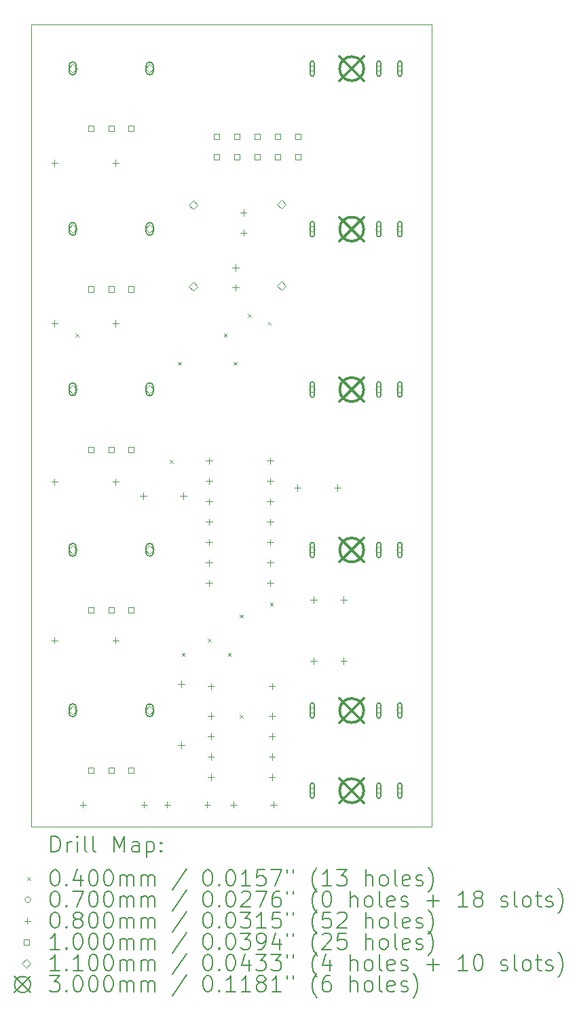
<source format=gbr>
%FSLAX45Y45*%
G04 Gerber Fmt 4.5, Leading zero omitted, Abs format (unit mm)*
G04 Created by KiCad (PCBNEW (6.0.2)) date 2022-04-27 22:08:43*
%MOMM*%
%LPD*%
G01*
G04 APERTURE LIST*
%TA.AperFunction,Profile*%
%ADD10C,0.100000*%
%TD*%
%ADD11C,0.200000*%
%ADD12C,0.040000*%
%ADD13C,0.070000*%
%ADD14C,0.080000*%
%ADD15C,0.100000*%
%ADD16C,0.110000*%
%ADD17C,0.300000*%
G04 APERTURE END LIST*
D10*
X8000000Y-4950000D02*
X8000000Y-14950000D01*
X8000000Y-14950000D02*
X3000000Y-14950000D01*
X3000000Y-4950000D02*
X8000000Y-4950000D01*
X3000000Y-14950000D02*
X3000000Y-4950000D01*
D11*
D12*
X3555000Y-8805000D02*
X3595000Y-8845000D01*
X3595000Y-8805000D02*
X3555000Y-8845000D01*
X4730000Y-10380000D02*
X4770000Y-10420000D01*
X4770000Y-10380000D02*
X4730000Y-10420000D01*
X4830000Y-9155000D02*
X4870000Y-9195000D01*
X4870000Y-9155000D02*
X4830000Y-9195000D01*
X4880000Y-12780000D02*
X4920000Y-12820000D01*
X4920000Y-12780000D02*
X4880000Y-12820000D01*
X5205000Y-12605000D02*
X5245000Y-12645000D01*
X5245000Y-12605000D02*
X5205000Y-12645000D01*
X5405000Y-8805000D02*
X5445000Y-8845000D01*
X5445000Y-8805000D02*
X5405000Y-8845000D01*
X5455000Y-12780000D02*
X5495000Y-12820000D01*
X5495000Y-12780000D02*
X5455000Y-12820000D01*
X5530000Y-9155000D02*
X5570000Y-9195000D01*
X5570000Y-9155000D02*
X5530000Y-9195000D01*
X5605000Y-12305000D02*
X5645000Y-12345000D01*
X5645000Y-12305000D02*
X5605000Y-12345000D01*
X5605000Y-13555000D02*
X5645000Y-13595000D01*
X5645000Y-13555000D02*
X5605000Y-13595000D01*
X5705000Y-8555000D02*
X5745000Y-8595000D01*
X5745000Y-8555000D02*
X5705000Y-8595000D01*
X5955000Y-8655000D02*
X5995000Y-8695000D01*
X5995000Y-8655000D02*
X5955000Y-8695000D01*
X5980000Y-12155000D02*
X6020000Y-12195000D01*
X6020000Y-12155000D02*
X5980000Y-12195000D01*
D13*
X6543000Y-5500000D02*
G75*
G03*
X6543000Y-5500000I-35000J0D01*
G01*
D11*
X6483000Y-5430000D02*
X6483000Y-5570000D01*
X6533000Y-5430000D02*
X6533000Y-5570000D01*
X6483000Y-5570000D02*
G75*
G03*
X6533000Y-5570000I25000J0D01*
G01*
X6533000Y-5430000D02*
G75*
G03*
X6483000Y-5430000I-25000J0D01*
G01*
D13*
X6543000Y-7500000D02*
G75*
G03*
X6543000Y-7500000I-35000J0D01*
G01*
D11*
X6483000Y-7430000D02*
X6483000Y-7570000D01*
X6533000Y-7430000D02*
X6533000Y-7570000D01*
X6483000Y-7570000D02*
G75*
G03*
X6533000Y-7570000I25000J0D01*
G01*
X6533000Y-7430000D02*
G75*
G03*
X6483000Y-7430000I-25000J0D01*
G01*
D13*
X6543000Y-9500000D02*
G75*
G03*
X6543000Y-9500000I-35000J0D01*
G01*
D11*
X6483000Y-9430000D02*
X6483000Y-9570000D01*
X6533000Y-9430000D02*
X6533000Y-9570000D01*
X6483000Y-9570000D02*
G75*
G03*
X6533000Y-9570000I25000J0D01*
G01*
X6533000Y-9430000D02*
G75*
G03*
X6483000Y-9430000I-25000J0D01*
G01*
D13*
X6543000Y-11500000D02*
G75*
G03*
X6543000Y-11500000I-35000J0D01*
G01*
D11*
X6483000Y-11430000D02*
X6483000Y-11570000D01*
X6533000Y-11430000D02*
X6533000Y-11570000D01*
X6483000Y-11570000D02*
G75*
G03*
X6533000Y-11570000I25000J0D01*
G01*
X6533000Y-11430000D02*
G75*
G03*
X6483000Y-11430000I-25000J0D01*
G01*
D13*
X6543000Y-13500000D02*
G75*
G03*
X6543000Y-13500000I-35000J0D01*
G01*
D11*
X6483000Y-13430000D02*
X6483000Y-13570000D01*
X6533000Y-13430000D02*
X6533000Y-13570000D01*
X6483000Y-13570000D02*
G75*
G03*
X6533000Y-13570000I25000J0D01*
G01*
X6533000Y-13430000D02*
G75*
G03*
X6483000Y-13430000I-25000J0D01*
G01*
D13*
X6543000Y-14500000D02*
G75*
G03*
X6543000Y-14500000I-35000J0D01*
G01*
D11*
X6483000Y-14430000D02*
X6483000Y-14570000D01*
X6533000Y-14430000D02*
X6533000Y-14570000D01*
X6483000Y-14570000D02*
G75*
G03*
X6533000Y-14570000I25000J0D01*
G01*
X6533000Y-14430000D02*
G75*
G03*
X6483000Y-14430000I-25000J0D01*
G01*
D13*
X7373000Y-5500000D02*
G75*
G03*
X7373000Y-5500000I-35000J0D01*
G01*
D11*
X7313000Y-5430000D02*
X7313000Y-5570000D01*
X7363000Y-5430000D02*
X7363000Y-5570000D01*
X7313000Y-5570000D02*
G75*
G03*
X7363000Y-5570000I25000J0D01*
G01*
X7363000Y-5430000D02*
G75*
G03*
X7313000Y-5430000I-25000J0D01*
G01*
D13*
X7373000Y-7500000D02*
G75*
G03*
X7373000Y-7500000I-35000J0D01*
G01*
D11*
X7313000Y-7430000D02*
X7313000Y-7570000D01*
X7363000Y-7430000D02*
X7363000Y-7570000D01*
X7313000Y-7570000D02*
G75*
G03*
X7363000Y-7570000I25000J0D01*
G01*
X7363000Y-7430000D02*
G75*
G03*
X7313000Y-7430000I-25000J0D01*
G01*
D13*
X7373000Y-9500000D02*
G75*
G03*
X7373000Y-9500000I-35000J0D01*
G01*
D11*
X7313000Y-9430000D02*
X7313000Y-9570000D01*
X7363000Y-9430000D02*
X7363000Y-9570000D01*
X7313000Y-9570000D02*
G75*
G03*
X7363000Y-9570000I25000J0D01*
G01*
X7363000Y-9430000D02*
G75*
G03*
X7313000Y-9430000I-25000J0D01*
G01*
D13*
X7373000Y-11500000D02*
G75*
G03*
X7373000Y-11500000I-35000J0D01*
G01*
D11*
X7313000Y-11430000D02*
X7313000Y-11570000D01*
X7363000Y-11430000D02*
X7363000Y-11570000D01*
X7313000Y-11570000D02*
G75*
G03*
X7363000Y-11570000I25000J0D01*
G01*
X7363000Y-11430000D02*
G75*
G03*
X7313000Y-11430000I-25000J0D01*
G01*
D13*
X7373000Y-13500000D02*
G75*
G03*
X7373000Y-13500000I-35000J0D01*
G01*
D11*
X7313000Y-13430000D02*
X7313000Y-13570000D01*
X7363000Y-13430000D02*
X7363000Y-13570000D01*
X7313000Y-13570000D02*
G75*
G03*
X7363000Y-13570000I25000J0D01*
G01*
X7363000Y-13430000D02*
G75*
G03*
X7313000Y-13430000I-25000J0D01*
G01*
D13*
X7373000Y-14500000D02*
G75*
G03*
X7373000Y-14500000I-35000J0D01*
G01*
D11*
X7313000Y-14430000D02*
X7313000Y-14570000D01*
X7363000Y-14430000D02*
X7363000Y-14570000D01*
X7313000Y-14570000D02*
G75*
G03*
X7363000Y-14570000I25000J0D01*
G01*
X7363000Y-14430000D02*
G75*
G03*
X7313000Y-14430000I-25000J0D01*
G01*
D13*
X7635000Y-5500000D02*
G75*
G03*
X7635000Y-5500000I-35000J0D01*
G01*
D11*
X7575000Y-5430000D02*
X7575000Y-5570000D01*
X7625000Y-5430000D02*
X7625000Y-5570000D01*
X7575000Y-5570000D02*
G75*
G03*
X7625000Y-5570000I25000J0D01*
G01*
X7625000Y-5430000D02*
G75*
G03*
X7575000Y-5430000I-25000J0D01*
G01*
D13*
X7635000Y-7500000D02*
G75*
G03*
X7635000Y-7500000I-35000J0D01*
G01*
D11*
X7575000Y-7430000D02*
X7575000Y-7570000D01*
X7625000Y-7430000D02*
X7625000Y-7570000D01*
X7575000Y-7570000D02*
G75*
G03*
X7625000Y-7570000I25000J0D01*
G01*
X7625000Y-7430000D02*
G75*
G03*
X7575000Y-7430000I-25000J0D01*
G01*
D13*
X7635000Y-9500000D02*
G75*
G03*
X7635000Y-9500000I-35000J0D01*
G01*
D11*
X7575000Y-9430000D02*
X7575000Y-9570000D01*
X7625000Y-9430000D02*
X7625000Y-9570000D01*
X7575000Y-9570000D02*
G75*
G03*
X7625000Y-9570000I25000J0D01*
G01*
X7625000Y-9430000D02*
G75*
G03*
X7575000Y-9430000I-25000J0D01*
G01*
D13*
X7635000Y-11500000D02*
G75*
G03*
X7635000Y-11500000I-35000J0D01*
G01*
D11*
X7575000Y-11430000D02*
X7575000Y-11570000D01*
X7625000Y-11430000D02*
X7625000Y-11570000D01*
X7575000Y-11570000D02*
G75*
G03*
X7625000Y-11570000I25000J0D01*
G01*
X7625000Y-11430000D02*
G75*
G03*
X7575000Y-11430000I-25000J0D01*
G01*
D13*
X7635000Y-13500000D02*
G75*
G03*
X7635000Y-13500000I-35000J0D01*
G01*
D11*
X7575000Y-13430000D02*
X7575000Y-13570000D01*
X7625000Y-13430000D02*
X7625000Y-13570000D01*
X7575000Y-13570000D02*
G75*
G03*
X7625000Y-13570000I25000J0D01*
G01*
X7625000Y-13430000D02*
G75*
G03*
X7575000Y-13430000I-25000J0D01*
G01*
D13*
X7635000Y-14500000D02*
G75*
G03*
X7635000Y-14500000I-35000J0D01*
G01*
D11*
X7575000Y-14430000D02*
X7575000Y-14570000D01*
X7625000Y-14430000D02*
X7625000Y-14570000D01*
X7575000Y-14570000D02*
G75*
G03*
X7625000Y-14570000I25000J0D01*
G01*
X7625000Y-14430000D02*
G75*
G03*
X7575000Y-14430000I-25000J0D01*
G01*
D14*
X3294000Y-6635000D02*
X3294000Y-6715000D01*
X3254000Y-6675000D02*
X3334000Y-6675000D01*
X3294000Y-8635000D02*
X3294000Y-8715000D01*
X3254000Y-8675000D02*
X3334000Y-8675000D01*
X3294000Y-10610000D02*
X3294000Y-10690000D01*
X3254000Y-10650000D02*
X3334000Y-10650000D01*
X3294000Y-12585000D02*
X3294000Y-12665000D01*
X3254000Y-12625000D02*
X3334000Y-12625000D01*
X3650000Y-14635000D02*
X3650000Y-14715000D01*
X3610000Y-14675000D02*
X3690000Y-14675000D01*
X4056000Y-6635000D02*
X4056000Y-6715000D01*
X4016000Y-6675000D02*
X4096000Y-6675000D01*
X4056000Y-8635000D02*
X4056000Y-8715000D01*
X4016000Y-8675000D02*
X4096000Y-8675000D01*
X4056000Y-10610000D02*
X4056000Y-10690000D01*
X4016000Y-10650000D02*
X4096000Y-10650000D01*
X4056000Y-12585000D02*
X4056000Y-12665000D01*
X4016000Y-12625000D02*
X4096000Y-12625000D01*
X4400000Y-10785000D02*
X4400000Y-10865000D01*
X4360000Y-10825000D02*
X4440000Y-10825000D01*
X4412000Y-14635000D02*
X4412000Y-14715000D01*
X4372000Y-14675000D02*
X4452000Y-14675000D01*
X4700000Y-14635000D02*
X4700000Y-14715000D01*
X4660000Y-14675000D02*
X4740000Y-14675000D01*
X4875000Y-13129000D02*
X4875000Y-13209000D01*
X4835000Y-13169000D02*
X4915000Y-13169000D01*
X4875000Y-13891000D02*
X4875000Y-13971000D01*
X4835000Y-13931000D02*
X4915000Y-13931000D01*
X4900000Y-10785000D02*
X4900000Y-10865000D01*
X4860000Y-10825000D02*
X4940000Y-10825000D01*
X5200000Y-14635000D02*
X5200000Y-14715000D01*
X5160000Y-14675000D02*
X5240000Y-14675000D01*
X5220500Y-10348500D02*
X5220500Y-10428500D01*
X5180500Y-10388500D02*
X5260500Y-10388500D01*
X5220500Y-10602500D02*
X5220500Y-10682500D01*
X5180500Y-10642500D02*
X5260500Y-10642500D01*
X5220500Y-10856500D02*
X5220500Y-10936500D01*
X5180500Y-10896500D02*
X5260500Y-10896500D01*
X5220500Y-11110500D02*
X5220500Y-11190500D01*
X5180500Y-11150500D02*
X5260500Y-11150500D01*
X5220500Y-11364500D02*
X5220500Y-11444500D01*
X5180500Y-11404500D02*
X5260500Y-11404500D01*
X5220500Y-11618500D02*
X5220500Y-11698500D01*
X5180500Y-11658500D02*
X5260500Y-11658500D01*
X5220500Y-11872500D02*
X5220500Y-11952500D01*
X5180500Y-11912500D02*
X5260500Y-11912500D01*
X5242500Y-13530000D02*
X5242500Y-13610000D01*
X5202500Y-13570000D02*
X5282500Y-13570000D01*
X5242500Y-13784000D02*
X5242500Y-13864000D01*
X5202500Y-13824000D02*
X5282500Y-13824000D01*
X5242500Y-14038000D02*
X5242500Y-14118000D01*
X5202500Y-14078000D02*
X5282500Y-14078000D01*
X5242500Y-14292000D02*
X5242500Y-14372000D01*
X5202500Y-14332000D02*
X5282500Y-14332000D01*
X5244000Y-13160000D02*
X5244000Y-13240000D01*
X5204000Y-13200000D02*
X5284000Y-13200000D01*
X5525000Y-14635000D02*
X5525000Y-14715000D01*
X5485000Y-14675000D02*
X5565000Y-14675000D01*
X5550000Y-7939489D02*
X5550000Y-8019489D01*
X5510000Y-7979489D02*
X5590000Y-7979489D01*
X5550000Y-8189489D02*
X5550000Y-8269489D01*
X5510000Y-8229489D02*
X5590000Y-8229489D01*
X5650000Y-7255511D02*
X5650000Y-7335511D01*
X5610000Y-7295511D02*
X5690000Y-7295511D01*
X5650000Y-7505511D02*
X5650000Y-7585511D01*
X5610000Y-7545511D02*
X5690000Y-7545511D01*
X5982500Y-10348500D02*
X5982500Y-10428500D01*
X5942500Y-10388500D02*
X6022500Y-10388500D01*
X5982500Y-10602500D02*
X5982500Y-10682500D01*
X5942500Y-10642500D02*
X6022500Y-10642500D01*
X5982500Y-10856500D02*
X5982500Y-10936500D01*
X5942500Y-10896500D02*
X6022500Y-10896500D01*
X5982500Y-11110500D02*
X5982500Y-11190500D01*
X5942500Y-11150500D02*
X6022500Y-11150500D01*
X5982500Y-11364500D02*
X5982500Y-11444500D01*
X5942500Y-11404500D02*
X6022500Y-11404500D01*
X5982500Y-11618500D02*
X5982500Y-11698500D01*
X5942500Y-11658500D02*
X6022500Y-11658500D01*
X5982500Y-11872500D02*
X5982500Y-11952500D01*
X5942500Y-11912500D02*
X6022500Y-11912500D01*
X6004500Y-13530000D02*
X6004500Y-13610000D01*
X5964500Y-13570000D02*
X6044500Y-13570000D01*
X6004500Y-13784000D02*
X6004500Y-13864000D01*
X5964500Y-13824000D02*
X6044500Y-13824000D01*
X6004500Y-14038000D02*
X6004500Y-14118000D01*
X5964500Y-14078000D02*
X6044500Y-14078000D01*
X6004500Y-14292000D02*
X6004500Y-14372000D01*
X5964500Y-14332000D02*
X6044500Y-14332000D01*
X6006000Y-13160000D02*
X6006000Y-13240000D01*
X5966000Y-13200000D02*
X6046000Y-13200000D01*
X6025000Y-14635000D02*
X6025000Y-14715000D01*
X5985000Y-14675000D02*
X6065000Y-14675000D01*
X6325000Y-10685000D02*
X6325000Y-10765000D01*
X6285000Y-10725000D02*
X6365000Y-10725000D01*
X6525000Y-12079000D02*
X6525000Y-12159000D01*
X6485000Y-12119000D02*
X6565000Y-12119000D01*
X6525000Y-12841000D02*
X6525000Y-12921000D01*
X6485000Y-12881000D02*
X6565000Y-12881000D01*
X6825000Y-10685000D02*
X6825000Y-10765000D01*
X6785000Y-10725000D02*
X6865000Y-10725000D01*
X6900000Y-12079000D02*
X6900000Y-12159000D01*
X6860000Y-12119000D02*
X6940000Y-12119000D01*
X6900000Y-12841000D02*
X6900000Y-12921000D01*
X6860000Y-12881000D02*
X6940000Y-12881000D01*
D15*
X3785356Y-6282856D02*
X3785356Y-6212144D01*
X3714644Y-6212144D01*
X3714644Y-6282856D01*
X3785356Y-6282856D01*
X3785356Y-8282856D02*
X3785356Y-8212144D01*
X3714644Y-8212144D01*
X3714644Y-8282856D01*
X3785356Y-8282856D01*
X3785356Y-10282856D02*
X3785356Y-10212144D01*
X3714644Y-10212144D01*
X3714644Y-10282856D01*
X3785356Y-10282856D01*
X3785356Y-12282856D02*
X3785356Y-12212144D01*
X3714644Y-12212144D01*
X3714644Y-12282856D01*
X3785356Y-12282856D01*
X3785356Y-14282856D02*
X3785356Y-14212144D01*
X3714644Y-14212144D01*
X3714644Y-14282856D01*
X3785356Y-14282856D01*
X4035356Y-6282856D02*
X4035356Y-6212144D01*
X3964644Y-6212144D01*
X3964644Y-6282856D01*
X4035356Y-6282856D01*
X4035356Y-8282856D02*
X4035356Y-8212144D01*
X3964644Y-8212144D01*
X3964644Y-8282856D01*
X4035356Y-8282856D01*
X4035356Y-10282856D02*
X4035356Y-10212144D01*
X3964644Y-10212144D01*
X3964644Y-10282856D01*
X4035356Y-10282856D01*
X4035356Y-12282856D02*
X4035356Y-12212144D01*
X3964644Y-12212144D01*
X3964644Y-12282856D01*
X4035356Y-12282856D01*
X4035356Y-14282856D02*
X4035356Y-14212144D01*
X3964644Y-14212144D01*
X3964644Y-14282856D01*
X4035356Y-14282856D01*
X4285356Y-6282856D02*
X4285356Y-6212144D01*
X4214644Y-6212144D01*
X4214644Y-6282856D01*
X4285356Y-6282856D01*
X4285356Y-8282856D02*
X4285356Y-8212144D01*
X4214644Y-8212144D01*
X4214644Y-8282856D01*
X4285356Y-8282856D01*
X4285356Y-10282856D02*
X4285356Y-10212144D01*
X4214644Y-10212144D01*
X4214644Y-10282856D01*
X4285356Y-10282856D01*
X4285356Y-12282856D02*
X4285356Y-12212144D01*
X4214644Y-12212144D01*
X4214644Y-12282856D01*
X4285356Y-12282856D01*
X4285356Y-14282856D02*
X4285356Y-14212144D01*
X4214644Y-14212144D01*
X4214644Y-14282856D01*
X4285356Y-14282856D01*
X5352356Y-6381606D02*
X5352356Y-6310894D01*
X5281644Y-6310894D01*
X5281644Y-6381606D01*
X5352356Y-6381606D01*
X5352356Y-6635606D02*
X5352356Y-6564894D01*
X5281644Y-6564894D01*
X5281644Y-6635606D01*
X5352356Y-6635606D01*
X5606356Y-6381606D02*
X5606356Y-6310894D01*
X5535644Y-6310894D01*
X5535644Y-6381606D01*
X5606356Y-6381606D01*
X5606356Y-6635606D02*
X5606356Y-6564894D01*
X5535644Y-6564894D01*
X5535644Y-6635606D01*
X5606356Y-6635606D01*
X5860356Y-6381606D02*
X5860356Y-6310894D01*
X5789644Y-6310894D01*
X5789644Y-6381606D01*
X5860356Y-6381606D01*
X5860356Y-6635606D02*
X5860356Y-6564894D01*
X5789644Y-6564894D01*
X5789644Y-6635606D01*
X5860356Y-6635606D01*
X6114356Y-6381606D02*
X6114356Y-6310894D01*
X6043644Y-6310894D01*
X6043644Y-6381606D01*
X6114356Y-6381606D01*
X6114356Y-6635606D02*
X6114356Y-6564894D01*
X6043644Y-6564894D01*
X6043644Y-6635606D01*
X6114356Y-6635606D01*
X6368356Y-6381606D02*
X6368356Y-6310894D01*
X6297644Y-6310894D01*
X6297644Y-6381606D01*
X6368356Y-6381606D01*
X6368356Y-6635606D02*
X6368356Y-6564894D01*
X6297644Y-6564894D01*
X6297644Y-6635606D01*
X6368356Y-6635606D01*
D16*
X3520000Y-5552500D02*
X3575000Y-5497500D01*
X3520000Y-5442500D01*
X3465000Y-5497500D01*
X3520000Y-5552500D01*
D11*
X3475000Y-5462500D02*
X3475000Y-5532500D01*
X3565000Y-5462500D02*
X3565000Y-5532500D01*
X3475000Y-5532500D02*
G75*
G03*
X3565000Y-5532500I45000J0D01*
G01*
X3565000Y-5462500D02*
G75*
G03*
X3475000Y-5462500I-45000J0D01*
G01*
D16*
X3520000Y-7552500D02*
X3575000Y-7497500D01*
X3520000Y-7442500D01*
X3465000Y-7497500D01*
X3520000Y-7552500D01*
D11*
X3475000Y-7462500D02*
X3475000Y-7532500D01*
X3565000Y-7462500D02*
X3565000Y-7532500D01*
X3475000Y-7532500D02*
G75*
G03*
X3565000Y-7532500I45000J0D01*
G01*
X3565000Y-7462500D02*
G75*
G03*
X3475000Y-7462500I-45000J0D01*
G01*
D16*
X3520000Y-9552500D02*
X3575000Y-9497500D01*
X3520000Y-9442500D01*
X3465000Y-9497500D01*
X3520000Y-9552500D01*
D11*
X3475000Y-9462500D02*
X3475000Y-9532500D01*
X3565000Y-9462500D02*
X3565000Y-9532500D01*
X3475000Y-9532500D02*
G75*
G03*
X3565000Y-9532500I45000J0D01*
G01*
X3565000Y-9462500D02*
G75*
G03*
X3475000Y-9462500I-45000J0D01*
G01*
D16*
X3520000Y-11552500D02*
X3575000Y-11497500D01*
X3520000Y-11442500D01*
X3465000Y-11497500D01*
X3520000Y-11552500D01*
D11*
X3475000Y-11462500D02*
X3475000Y-11532500D01*
X3565000Y-11462500D02*
X3565000Y-11532500D01*
X3475000Y-11532500D02*
G75*
G03*
X3565000Y-11532500I45000J0D01*
G01*
X3565000Y-11462500D02*
G75*
G03*
X3475000Y-11462500I-45000J0D01*
G01*
D16*
X3520000Y-13552500D02*
X3575000Y-13497500D01*
X3520000Y-13442500D01*
X3465000Y-13497500D01*
X3520000Y-13552500D01*
D11*
X3475000Y-13462500D02*
X3475000Y-13532500D01*
X3565000Y-13462500D02*
X3565000Y-13532500D01*
X3475000Y-13532500D02*
G75*
G03*
X3565000Y-13532500I45000J0D01*
G01*
X3565000Y-13462500D02*
G75*
G03*
X3475000Y-13462500I-45000J0D01*
G01*
D16*
X4480000Y-5552500D02*
X4535000Y-5497500D01*
X4480000Y-5442500D01*
X4425000Y-5497500D01*
X4480000Y-5552500D01*
D11*
X4435000Y-5462500D02*
X4435000Y-5532500D01*
X4525000Y-5462500D02*
X4525000Y-5532500D01*
X4435000Y-5532500D02*
G75*
G03*
X4525000Y-5532500I45000J0D01*
G01*
X4525000Y-5462500D02*
G75*
G03*
X4435000Y-5462500I-45000J0D01*
G01*
D16*
X4480000Y-7552500D02*
X4535000Y-7497500D01*
X4480000Y-7442500D01*
X4425000Y-7497500D01*
X4480000Y-7552500D01*
D11*
X4435000Y-7462500D02*
X4435000Y-7532500D01*
X4525000Y-7462500D02*
X4525000Y-7532500D01*
X4435000Y-7532500D02*
G75*
G03*
X4525000Y-7532500I45000J0D01*
G01*
X4525000Y-7462500D02*
G75*
G03*
X4435000Y-7462500I-45000J0D01*
G01*
D16*
X4480000Y-9552500D02*
X4535000Y-9497500D01*
X4480000Y-9442500D01*
X4425000Y-9497500D01*
X4480000Y-9552500D01*
D11*
X4435000Y-9462500D02*
X4435000Y-9532500D01*
X4525000Y-9462500D02*
X4525000Y-9532500D01*
X4435000Y-9532500D02*
G75*
G03*
X4525000Y-9532500I45000J0D01*
G01*
X4525000Y-9462500D02*
G75*
G03*
X4435000Y-9462500I-45000J0D01*
G01*
D16*
X4480000Y-11552500D02*
X4535000Y-11497500D01*
X4480000Y-11442500D01*
X4425000Y-11497500D01*
X4480000Y-11552500D01*
D11*
X4435000Y-11462500D02*
X4435000Y-11532500D01*
X4525000Y-11462500D02*
X4525000Y-11532500D01*
X4435000Y-11532500D02*
G75*
G03*
X4525000Y-11532500I45000J0D01*
G01*
X4525000Y-11462500D02*
G75*
G03*
X4435000Y-11462500I-45000J0D01*
G01*
D16*
X4480000Y-13552500D02*
X4535000Y-13497500D01*
X4480000Y-13442500D01*
X4425000Y-13497500D01*
X4480000Y-13552500D01*
D11*
X4435000Y-13462500D02*
X4435000Y-13532500D01*
X4525000Y-13462500D02*
X4525000Y-13532500D01*
X4435000Y-13532500D02*
G75*
G03*
X4525000Y-13532500I45000J0D01*
G01*
X4525000Y-13462500D02*
G75*
G03*
X4435000Y-13462500I-45000J0D01*
G01*
D16*
X5025000Y-7255000D02*
X5080000Y-7200000D01*
X5025000Y-7145000D01*
X4970000Y-7200000D01*
X5025000Y-7255000D01*
X5025000Y-8271000D02*
X5080000Y-8216000D01*
X5025000Y-8161000D01*
X4970000Y-8216000D01*
X5025000Y-8271000D01*
X6125000Y-7247000D02*
X6180000Y-7192000D01*
X6125000Y-7137000D01*
X6070000Y-7192000D01*
X6125000Y-7247000D01*
X6125000Y-8263000D02*
X6180000Y-8208000D01*
X6125000Y-8153000D01*
X6070000Y-8208000D01*
X6125000Y-8263000D01*
D17*
X6850000Y-5350000D02*
X7150000Y-5650000D01*
X7150000Y-5350000D02*
X6850000Y-5650000D01*
X7150000Y-5500000D02*
G75*
G03*
X7150000Y-5500000I-150000J0D01*
G01*
X6850000Y-7350000D02*
X7150000Y-7650000D01*
X7150000Y-7350000D02*
X6850000Y-7650000D01*
X7150000Y-7500000D02*
G75*
G03*
X7150000Y-7500000I-150000J0D01*
G01*
X6850000Y-9350000D02*
X7150000Y-9650000D01*
X7150000Y-9350000D02*
X6850000Y-9650000D01*
X7150000Y-9500000D02*
G75*
G03*
X7150000Y-9500000I-150000J0D01*
G01*
X6850000Y-11350000D02*
X7150000Y-11650000D01*
X7150000Y-11350000D02*
X6850000Y-11650000D01*
X7150000Y-11500000D02*
G75*
G03*
X7150000Y-11500000I-150000J0D01*
G01*
X6850000Y-13350000D02*
X7150000Y-13650000D01*
X7150000Y-13350000D02*
X6850000Y-13650000D01*
X7150000Y-13500000D02*
G75*
G03*
X7150000Y-13500000I-150000J0D01*
G01*
X6850000Y-14350000D02*
X7150000Y-14650000D01*
X7150000Y-14350000D02*
X6850000Y-14650000D01*
X7150000Y-14500000D02*
G75*
G03*
X7150000Y-14500000I-150000J0D01*
G01*
D11*
X3252619Y-15265476D02*
X3252619Y-15065476D01*
X3300238Y-15065476D01*
X3328809Y-15075000D01*
X3347857Y-15094048D01*
X3357381Y-15113095D01*
X3366905Y-15151190D01*
X3366905Y-15179762D01*
X3357381Y-15217857D01*
X3347857Y-15236905D01*
X3328809Y-15255952D01*
X3300238Y-15265476D01*
X3252619Y-15265476D01*
X3452619Y-15265476D02*
X3452619Y-15132143D01*
X3452619Y-15170238D02*
X3462143Y-15151190D01*
X3471667Y-15141667D01*
X3490714Y-15132143D01*
X3509762Y-15132143D01*
X3576428Y-15265476D02*
X3576428Y-15132143D01*
X3576428Y-15065476D02*
X3566905Y-15075000D01*
X3576428Y-15084524D01*
X3585952Y-15075000D01*
X3576428Y-15065476D01*
X3576428Y-15084524D01*
X3700238Y-15265476D02*
X3681190Y-15255952D01*
X3671667Y-15236905D01*
X3671667Y-15065476D01*
X3805000Y-15265476D02*
X3785952Y-15255952D01*
X3776428Y-15236905D01*
X3776428Y-15065476D01*
X4033571Y-15265476D02*
X4033571Y-15065476D01*
X4100238Y-15208333D01*
X4166905Y-15065476D01*
X4166905Y-15265476D01*
X4347857Y-15265476D02*
X4347857Y-15160714D01*
X4338333Y-15141667D01*
X4319286Y-15132143D01*
X4281190Y-15132143D01*
X4262143Y-15141667D01*
X4347857Y-15255952D02*
X4328810Y-15265476D01*
X4281190Y-15265476D01*
X4262143Y-15255952D01*
X4252619Y-15236905D01*
X4252619Y-15217857D01*
X4262143Y-15198809D01*
X4281190Y-15189286D01*
X4328810Y-15189286D01*
X4347857Y-15179762D01*
X4443095Y-15132143D02*
X4443095Y-15332143D01*
X4443095Y-15141667D02*
X4462143Y-15132143D01*
X4500238Y-15132143D01*
X4519286Y-15141667D01*
X4528810Y-15151190D01*
X4538333Y-15170238D01*
X4538333Y-15227381D01*
X4528810Y-15246428D01*
X4519286Y-15255952D01*
X4500238Y-15265476D01*
X4462143Y-15265476D01*
X4443095Y-15255952D01*
X4624048Y-15246428D02*
X4633571Y-15255952D01*
X4624048Y-15265476D01*
X4614524Y-15255952D01*
X4624048Y-15246428D01*
X4624048Y-15265476D01*
X4624048Y-15141667D02*
X4633571Y-15151190D01*
X4624048Y-15160714D01*
X4614524Y-15151190D01*
X4624048Y-15141667D01*
X4624048Y-15160714D01*
D12*
X2955000Y-15575000D02*
X2995000Y-15615000D01*
X2995000Y-15575000D02*
X2955000Y-15615000D01*
D11*
X3290714Y-15485476D02*
X3309762Y-15485476D01*
X3328809Y-15495000D01*
X3338333Y-15504524D01*
X3347857Y-15523571D01*
X3357381Y-15561667D01*
X3357381Y-15609286D01*
X3347857Y-15647381D01*
X3338333Y-15666428D01*
X3328809Y-15675952D01*
X3309762Y-15685476D01*
X3290714Y-15685476D01*
X3271667Y-15675952D01*
X3262143Y-15666428D01*
X3252619Y-15647381D01*
X3243095Y-15609286D01*
X3243095Y-15561667D01*
X3252619Y-15523571D01*
X3262143Y-15504524D01*
X3271667Y-15495000D01*
X3290714Y-15485476D01*
X3443095Y-15666428D02*
X3452619Y-15675952D01*
X3443095Y-15685476D01*
X3433571Y-15675952D01*
X3443095Y-15666428D01*
X3443095Y-15685476D01*
X3624048Y-15552143D02*
X3624048Y-15685476D01*
X3576428Y-15475952D02*
X3528809Y-15618809D01*
X3652619Y-15618809D01*
X3766905Y-15485476D02*
X3785952Y-15485476D01*
X3805000Y-15495000D01*
X3814524Y-15504524D01*
X3824048Y-15523571D01*
X3833571Y-15561667D01*
X3833571Y-15609286D01*
X3824048Y-15647381D01*
X3814524Y-15666428D01*
X3805000Y-15675952D01*
X3785952Y-15685476D01*
X3766905Y-15685476D01*
X3747857Y-15675952D01*
X3738333Y-15666428D01*
X3728809Y-15647381D01*
X3719286Y-15609286D01*
X3719286Y-15561667D01*
X3728809Y-15523571D01*
X3738333Y-15504524D01*
X3747857Y-15495000D01*
X3766905Y-15485476D01*
X3957381Y-15485476D02*
X3976428Y-15485476D01*
X3995476Y-15495000D01*
X4005000Y-15504524D01*
X4014524Y-15523571D01*
X4024048Y-15561667D01*
X4024048Y-15609286D01*
X4014524Y-15647381D01*
X4005000Y-15666428D01*
X3995476Y-15675952D01*
X3976428Y-15685476D01*
X3957381Y-15685476D01*
X3938333Y-15675952D01*
X3928809Y-15666428D01*
X3919286Y-15647381D01*
X3909762Y-15609286D01*
X3909762Y-15561667D01*
X3919286Y-15523571D01*
X3928809Y-15504524D01*
X3938333Y-15495000D01*
X3957381Y-15485476D01*
X4109762Y-15685476D02*
X4109762Y-15552143D01*
X4109762Y-15571190D02*
X4119286Y-15561667D01*
X4138333Y-15552143D01*
X4166905Y-15552143D01*
X4185952Y-15561667D01*
X4195476Y-15580714D01*
X4195476Y-15685476D01*
X4195476Y-15580714D02*
X4205000Y-15561667D01*
X4224048Y-15552143D01*
X4252619Y-15552143D01*
X4271667Y-15561667D01*
X4281190Y-15580714D01*
X4281190Y-15685476D01*
X4376429Y-15685476D02*
X4376429Y-15552143D01*
X4376429Y-15571190D02*
X4385952Y-15561667D01*
X4405000Y-15552143D01*
X4433571Y-15552143D01*
X4452619Y-15561667D01*
X4462143Y-15580714D01*
X4462143Y-15685476D01*
X4462143Y-15580714D02*
X4471667Y-15561667D01*
X4490714Y-15552143D01*
X4519286Y-15552143D01*
X4538333Y-15561667D01*
X4547857Y-15580714D01*
X4547857Y-15685476D01*
X4938333Y-15475952D02*
X4766905Y-15733095D01*
X5195476Y-15485476D02*
X5214524Y-15485476D01*
X5233571Y-15495000D01*
X5243095Y-15504524D01*
X5252619Y-15523571D01*
X5262143Y-15561667D01*
X5262143Y-15609286D01*
X5252619Y-15647381D01*
X5243095Y-15666428D01*
X5233571Y-15675952D01*
X5214524Y-15685476D01*
X5195476Y-15685476D01*
X5176429Y-15675952D01*
X5166905Y-15666428D01*
X5157381Y-15647381D01*
X5147857Y-15609286D01*
X5147857Y-15561667D01*
X5157381Y-15523571D01*
X5166905Y-15504524D01*
X5176429Y-15495000D01*
X5195476Y-15485476D01*
X5347857Y-15666428D02*
X5357381Y-15675952D01*
X5347857Y-15685476D01*
X5338333Y-15675952D01*
X5347857Y-15666428D01*
X5347857Y-15685476D01*
X5481190Y-15485476D02*
X5500238Y-15485476D01*
X5519286Y-15495000D01*
X5528810Y-15504524D01*
X5538333Y-15523571D01*
X5547857Y-15561667D01*
X5547857Y-15609286D01*
X5538333Y-15647381D01*
X5528810Y-15666428D01*
X5519286Y-15675952D01*
X5500238Y-15685476D01*
X5481190Y-15685476D01*
X5462143Y-15675952D01*
X5452619Y-15666428D01*
X5443095Y-15647381D01*
X5433571Y-15609286D01*
X5433571Y-15561667D01*
X5443095Y-15523571D01*
X5452619Y-15504524D01*
X5462143Y-15495000D01*
X5481190Y-15485476D01*
X5738333Y-15685476D02*
X5624048Y-15685476D01*
X5681190Y-15685476D02*
X5681190Y-15485476D01*
X5662143Y-15514048D01*
X5643095Y-15533095D01*
X5624048Y-15542619D01*
X5919286Y-15485476D02*
X5824048Y-15485476D01*
X5814524Y-15580714D01*
X5824048Y-15571190D01*
X5843095Y-15561667D01*
X5890714Y-15561667D01*
X5909762Y-15571190D01*
X5919286Y-15580714D01*
X5928809Y-15599762D01*
X5928809Y-15647381D01*
X5919286Y-15666428D01*
X5909762Y-15675952D01*
X5890714Y-15685476D01*
X5843095Y-15685476D01*
X5824048Y-15675952D01*
X5814524Y-15666428D01*
X5995476Y-15485476D02*
X6128809Y-15485476D01*
X6043095Y-15685476D01*
X6195476Y-15485476D02*
X6195476Y-15523571D01*
X6271667Y-15485476D02*
X6271667Y-15523571D01*
X6566905Y-15761667D02*
X6557381Y-15752143D01*
X6538333Y-15723571D01*
X6528809Y-15704524D01*
X6519286Y-15675952D01*
X6509762Y-15628333D01*
X6509762Y-15590238D01*
X6519286Y-15542619D01*
X6528809Y-15514048D01*
X6538333Y-15495000D01*
X6557381Y-15466428D01*
X6566905Y-15456905D01*
X6747857Y-15685476D02*
X6633571Y-15685476D01*
X6690714Y-15685476D02*
X6690714Y-15485476D01*
X6671667Y-15514048D01*
X6652619Y-15533095D01*
X6633571Y-15542619D01*
X6814524Y-15485476D02*
X6938333Y-15485476D01*
X6871667Y-15561667D01*
X6900238Y-15561667D01*
X6919286Y-15571190D01*
X6928809Y-15580714D01*
X6938333Y-15599762D01*
X6938333Y-15647381D01*
X6928809Y-15666428D01*
X6919286Y-15675952D01*
X6900238Y-15685476D01*
X6843095Y-15685476D01*
X6824048Y-15675952D01*
X6814524Y-15666428D01*
X7176428Y-15685476D02*
X7176428Y-15485476D01*
X7262143Y-15685476D02*
X7262143Y-15580714D01*
X7252619Y-15561667D01*
X7233571Y-15552143D01*
X7205000Y-15552143D01*
X7185952Y-15561667D01*
X7176428Y-15571190D01*
X7385952Y-15685476D02*
X7366905Y-15675952D01*
X7357381Y-15666428D01*
X7347857Y-15647381D01*
X7347857Y-15590238D01*
X7357381Y-15571190D01*
X7366905Y-15561667D01*
X7385952Y-15552143D01*
X7414524Y-15552143D01*
X7433571Y-15561667D01*
X7443095Y-15571190D01*
X7452619Y-15590238D01*
X7452619Y-15647381D01*
X7443095Y-15666428D01*
X7433571Y-15675952D01*
X7414524Y-15685476D01*
X7385952Y-15685476D01*
X7566905Y-15685476D02*
X7547857Y-15675952D01*
X7538333Y-15656905D01*
X7538333Y-15485476D01*
X7719286Y-15675952D02*
X7700238Y-15685476D01*
X7662143Y-15685476D01*
X7643095Y-15675952D01*
X7633571Y-15656905D01*
X7633571Y-15580714D01*
X7643095Y-15561667D01*
X7662143Y-15552143D01*
X7700238Y-15552143D01*
X7719286Y-15561667D01*
X7728809Y-15580714D01*
X7728809Y-15599762D01*
X7633571Y-15618809D01*
X7805000Y-15675952D02*
X7824048Y-15685476D01*
X7862143Y-15685476D01*
X7881190Y-15675952D01*
X7890714Y-15656905D01*
X7890714Y-15647381D01*
X7881190Y-15628333D01*
X7862143Y-15618809D01*
X7833571Y-15618809D01*
X7814524Y-15609286D01*
X7805000Y-15590238D01*
X7805000Y-15580714D01*
X7814524Y-15561667D01*
X7833571Y-15552143D01*
X7862143Y-15552143D01*
X7881190Y-15561667D01*
X7957381Y-15761667D02*
X7966905Y-15752143D01*
X7985952Y-15723571D01*
X7995476Y-15704524D01*
X8005000Y-15675952D01*
X8014524Y-15628333D01*
X8014524Y-15590238D01*
X8005000Y-15542619D01*
X7995476Y-15514048D01*
X7985952Y-15495000D01*
X7966905Y-15466428D01*
X7957381Y-15456905D01*
D13*
X2995000Y-15859000D02*
G75*
G03*
X2995000Y-15859000I-35000J0D01*
G01*
D11*
X3290714Y-15749476D02*
X3309762Y-15749476D01*
X3328809Y-15759000D01*
X3338333Y-15768524D01*
X3347857Y-15787571D01*
X3357381Y-15825667D01*
X3357381Y-15873286D01*
X3347857Y-15911381D01*
X3338333Y-15930428D01*
X3328809Y-15939952D01*
X3309762Y-15949476D01*
X3290714Y-15949476D01*
X3271667Y-15939952D01*
X3262143Y-15930428D01*
X3252619Y-15911381D01*
X3243095Y-15873286D01*
X3243095Y-15825667D01*
X3252619Y-15787571D01*
X3262143Y-15768524D01*
X3271667Y-15759000D01*
X3290714Y-15749476D01*
X3443095Y-15930428D02*
X3452619Y-15939952D01*
X3443095Y-15949476D01*
X3433571Y-15939952D01*
X3443095Y-15930428D01*
X3443095Y-15949476D01*
X3519286Y-15749476D02*
X3652619Y-15749476D01*
X3566905Y-15949476D01*
X3766905Y-15749476D02*
X3785952Y-15749476D01*
X3805000Y-15759000D01*
X3814524Y-15768524D01*
X3824048Y-15787571D01*
X3833571Y-15825667D01*
X3833571Y-15873286D01*
X3824048Y-15911381D01*
X3814524Y-15930428D01*
X3805000Y-15939952D01*
X3785952Y-15949476D01*
X3766905Y-15949476D01*
X3747857Y-15939952D01*
X3738333Y-15930428D01*
X3728809Y-15911381D01*
X3719286Y-15873286D01*
X3719286Y-15825667D01*
X3728809Y-15787571D01*
X3738333Y-15768524D01*
X3747857Y-15759000D01*
X3766905Y-15749476D01*
X3957381Y-15749476D02*
X3976428Y-15749476D01*
X3995476Y-15759000D01*
X4005000Y-15768524D01*
X4014524Y-15787571D01*
X4024048Y-15825667D01*
X4024048Y-15873286D01*
X4014524Y-15911381D01*
X4005000Y-15930428D01*
X3995476Y-15939952D01*
X3976428Y-15949476D01*
X3957381Y-15949476D01*
X3938333Y-15939952D01*
X3928809Y-15930428D01*
X3919286Y-15911381D01*
X3909762Y-15873286D01*
X3909762Y-15825667D01*
X3919286Y-15787571D01*
X3928809Y-15768524D01*
X3938333Y-15759000D01*
X3957381Y-15749476D01*
X4109762Y-15949476D02*
X4109762Y-15816143D01*
X4109762Y-15835190D02*
X4119286Y-15825667D01*
X4138333Y-15816143D01*
X4166905Y-15816143D01*
X4185952Y-15825667D01*
X4195476Y-15844714D01*
X4195476Y-15949476D01*
X4195476Y-15844714D02*
X4205000Y-15825667D01*
X4224048Y-15816143D01*
X4252619Y-15816143D01*
X4271667Y-15825667D01*
X4281190Y-15844714D01*
X4281190Y-15949476D01*
X4376429Y-15949476D02*
X4376429Y-15816143D01*
X4376429Y-15835190D02*
X4385952Y-15825667D01*
X4405000Y-15816143D01*
X4433571Y-15816143D01*
X4452619Y-15825667D01*
X4462143Y-15844714D01*
X4462143Y-15949476D01*
X4462143Y-15844714D02*
X4471667Y-15825667D01*
X4490714Y-15816143D01*
X4519286Y-15816143D01*
X4538333Y-15825667D01*
X4547857Y-15844714D01*
X4547857Y-15949476D01*
X4938333Y-15739952D02*
X4766905Y-15997095D01*
X5195476Y-15749476D02*
X5214524Y-15749476D01*
X5233571Y-15759000D01*
X5243095Y-15768524D01*
X5252619Y-15787571D01*
X5262143Y-15825667D01*
X5262143Y-15873286D01*
X5252619Y-15911381D01*
X5243095Y-15930428D01*
X5233571Y-15939952D01*
X5214524Y-15949476D01*
X5195476Y-15949476D01*
X5176429Y-15939952D01*
X5166905Y-15930428D01*
X5157381Y-15911381D01*
X5147857Y-15873286D01*
X5147857Y-15825667D01*
X5157381Y-15787571D01*
X5166905Y-15768524D01*
X5176429Y-15759000D01*
X5195476Y-15749476D01*
X5347857Y-15930428D02*
X5357381Y-15939952D01*
X5347857Y-15949476D01*
X5338333Y-15939952D01*
X5347857Y-15930428D01*
X5347857Y-15949476D01*
X5481190Y-15749476D02*
X5500238Y-15749476D01*
X5519286Y-15759000D01*
X5528810Y-15768524D01*
X5538333Y-15787571D01*
X5547857Y-15825667D01*
X5547857Y-15873286D01*
X5538333Y-15911381D01*
X5528810Y-15930428D01*
X5519286Y-15939952D01*
X5500238Y-15949476D01*
X5481190Y-15949476D01*
X5462143Y-15939952D01*
X5452619Y-15930428D01*
X5443095Y-15911381D01*
X5433571Y-15873286D01*
X5433571Y-15825667D01*
X5443095Y-15787571D01*
X5452619Y-15768524D01*
X5462143Y-15759000D01*
X5481190Y-15749476D01*
X5624048Y-15768524D02*
X5633571Y-15759000D01*
X5652619Y-15749476D01*
X5700238Y-15749476D01*
X5719286Y-15759000D01*
X5728809Y-15768524D01*
X5738333Y-15787571D01*
X5738333Y-15806619D01*
X5728809Y-15835190D01*
X5614524Y-15949476D01*
X5738333Y-15949476D01*
X5805000Y-15749476D02*
X5938333Y-15749476D01*
X5852619Y-15949476D01*
X6100238Y-15749476D02*
X6062143Y-15749476D01*
X6043095Y-15759000D01*
X6033571Y-15768524D01*
X6014524Y-15797095D01*
X6005000Y-15835190D01*
X6005000Y-15911381D01*
X6014524Y-15930428D01*
X6024048Y-15939952D01*
X6043095Y-15949476D01*
X6081190Y-15949476D01*
X6100238Y-15939952D01*
X6109762Y-15930428D01*
X6119286Y-15911381D01*
X6119286Y-15863762D01*
X6109762Y-15844714D01*
X6100238Y-15835190D01*
X6081190Y-15825667D01*
X6043095Y-15825667D01*
X6024048Y-15835190D01*
X6014524Y-15844714D01*
X6005000Y-15863762D01*
X6195476Y-15749476D02*
X6195476Y-15787571D01*
X6271667Y-15749476D02*
X6271667Y-15787571D01*
X6566905Y-16025667D02*
X6557381Y-16016143D01*
X6538333Y-15987571D01*
X6528809Y-15968524D01*
X6519286Y-15939952D01*
X6509762Y-15892333D01*
X6509762Y-15854238D01*
X6519286Y-15806619D01*
X6528809Y-15778048D01*
X6538333Y-15759000D01*
X6557381Y-15730428D01*
X6566905Y-15720905D01*
X6681190Y-15749476D02*
X6700238Y-15749476D01*
X6719286Y-15759000D01*
X6728809Y-15768524D01*
X6738333Y-15787571D01*
X6747857Y-15825667D01*
X6747857Y-15873286D01*
X6738333Y-15911381D01*
X6728809Y-15930428D01*
X6719286Y-15939952D01*
X6700238Y-15949476D01*
X6681190Y-15949476D01*
X6662143Y-15939952D01*
X6652619Y-15930428D01*
X6643095Y-15911381D01*
X6633571Y-15873286D01*
X6633571Y-15825667D01*
X6643095Y-15787571D01*
X6652619Y-15768524D01*
X6662143Y-15759000D01*
X6681190Y-15749476D01*
X6985952Y-15949476D02*
X6985952Y-15749476D01*
X7071667Y-15949476D02*
X7071667Y-15844714D01*
X7062143Y-15825667D01*
X7043095Y-15816143D01*
X7014524Y-15816143D01*
X6995476Y-15825667D01*
X6985952Y-15835190D01*
X7195476Y-15949476D02*
X7176428Y-15939952D01*
X7166905Y-15930428D01*
X7157381Y-15911381D01*
X7157381Y-15854238D01*
X7166905Y-15835190D01*
X7176428Y-15825667D01*
X7195476Y-15816143D01*
X7224048Y-15816143D01*
X7243095Y-15825667D01*
X7252619Y-15835190D01*
X7262143Y-15854238D01*
X7262143Y-15911381D01*
X7252619Y-15930428D01*
X7243095Y-15939952D01*
X7224048Y-15949476D01*
X7195476Y-15949476D01*
X7376428Y-15949476D02*
X7357381Y-15939952D01*
X7347857Y-15920905D01*
X7347857Y-15749476D01*
X7528809Y-15939952D02*
X7509762Y-15949476D01*
X7471667Y-15949476D01*
X7452619Y-15939952D01*
X7443095Y-15920905D01*
X7443095Y-15844714D01*
X7452619Y-15825667D01*
X7471667Y-15816143D01*
X7509762Y-15816143D01*
X7528809Y-15825667D01*
X7538333Y-15844714D01*
X7538333Y-15863762D01*
X7443095Y-15882809D01*
X7614524Y-15939952D02*
X7633571Y-15949476D01*
X7671667Y-15949476D01*
X7690714Y-15939952D01*
X7700238Y-15920905D01*
X7700238Y-15911381D01*
X7690714Y-15892333D01*
X7671667Y-15882809D01*
X7643095Y-15882809D01*
X7624048Y-15873286D01*
X7614524Y-15854238D01*
X7614524Y-15844714D01*
X7624048Y-15825667D01*
X7643095Y-15816143D01*
X7671667Y-15816143D01*
X7690714Y-15825667D01*
X7938333Y-15873286D02*
X8090714Y-15873286D01*
X8014524Y-15949476D02*
X8014524Y-15797095D01*
X8443095Y-15949476D02*
X8328809Y-15949476D01*
X8385952Y-15949476D02*
X8385952Y-15749476D01*
X8366905Y-15778048D01*
X8347857Y-15797095D01*
X8328809Y-15806619D01*
X8557381Y-15835190D02*
X8538333Y-15825667D01*
X8528810Y-15816143D01*
X8519286Y-15797095D01*
X8519286Y-15787571D01*
X8528810Y-15768524D01*
X8538333Y-15759000D01*
X8557381Y-15749476D01*
X8595476Y-15749476D01*
X8614524Y-15759000D01*
X8624048Y-15768524D01*
X8633571Y-15787571D01*
X8633571Y-15797095D01*
X8624048Y-15816143D01*
X8614524Y-15825667D01*
X8595476Y-15835190D01*
X8557381Y-15835190D01*
X8538333Y-15844714D01*
X8528810Y-15854238D01*
X8519286Y-15873286D01*
X8519286Y-15911381D01*
X8528810Y-15930428D01*
X8538333Y-15939952D01*
X8557381Y-15949476D01*
X8595476Y-15949476D01*
X8614524Y-15939952D01*
X8624048Y-15930428D01*
X8633571Y-15911381D01*
X8633571Y-15873286D01*
X8624048Y-15854238D01*
X8614524Y-15844714D01*
X8595476Y-15835190D01*
X8862143Y-15939952D02*
X8881190Y-15949476D01*
X8919286Y-15949476D01*
X8938333Y-15939952D01*
X8947857Y-15920905D01*
X8947857Y-15911381D01*
X8938333Y-15892333D01*
X8919286Y-15882809D01*
X8890714Y-15882809D01*
X8871667Y-15873286D01*
X8862143Y-15854238D01*
X8862143Y-15844714D01*
X8871667Y-15825667D01*
X8890714Y-15816143D01*
X8919286Y-15816143D01*
X8938333Y-15825667D01*
X9062143Y-15949476D02*
X9043095Y-15939952D01*
X9033571Y-15920905D01*
X9033571Y-15749476D01*
X9166905Y-15949476D02*
X9147857Y-15939952D01*
X9138333Y-15930428D01*
X9128810Y-15911381D01*
X9128810Y-15854238D01*
X9138333Y-15835190D01*
X9147857Y-15825667D01*
X9166905Y-15816143D01*
X9195476Y-15816143D01*
X9214524Y-15825667D01*
X9224048Y-15835190D01*
X9233571Y-15854238D01*
X9233571Y-15911381D01*
X9224048Y-15930428D01*
X9214524Y-15939952D01*
X9195476Y-15949476D01*
X9166905Y-15949476D01*
X9290714Y-15816143D02*
X9366905Y-15816143D01*
X9319286Y-15749476D02*
X9319286Y-15920905D01*
X9328810Y-15939952D01*
X9347857Y-15949476D01*
X9366905Y-15949476D01*
X9424048Y-15939952D02*
X9443095Y-15949476D01*
X9481190Y-15949476D01*
X9500238Y-15939952D01*
X9509762Y-15920905D01*
X9509762Y-15911381D01*
X9500238Y-15892333D01*
X9481190Y-15882809D01*
X9452619Y-15882809D01*
X9433571Y-15873286D01*
X9424048Y-15854238D01*
X9424048Y-15844714D01*
X9433571Y-15825667D01*
X9452619Y-15816143D01*
X9481190Y-15816143D01*
X9500238Y-15825667D01*
X9576429Y-16025667D02*
X9585952Y-16016143D01*
X9605000Y-15987571D01*
X9614524Y-15968524D01*
X9624048Y-15939952D01*
X9633571Y-15892333D01*
X9633571Y-15854238D01*
X9624048Y-15806619D01*
X9614524Y-15778048D01*
X9605000Y-15759000D01*
X9585952Y-15730428D01*
X9576429Y-15720905D01*
D14*
X2955000Y-16083000D02*
X2955000Y-16163000D01*
X2915000Y-16123000D02*
X2995000Y-16123000D01*
D11*
X3290714Y-16013476D02*
X3309762Y-16013476D01*
X3328809Y-16023000D01*
X3338333Y-16032524D01*
X3347857Y-16051571D01*
X3357381Y-16089667D01*
X3357381Y-16137286D01*
X3347857Y-16175381D01*
X3338333Y-16194428D01*
X3328809Y-16203952D01*
X3309762Y-16213476D01*
X3290714Y-16213476D01*
X3271667Y-16203952D01*
X3262143Y-16194428D01*
X3252619Y-16175381D01*
X3243095Y-16137286D01*
X3243095Y-16089667D01*
X3252619Y-16051571D01*
X3262143Y-16032524D01*
X3271667Y-16023000D01*
X3290714Y-16013476D01*
X3443095Y-16194428D02*
X3452619Y-16203952D01*
X3443095Y-16213476D01*
X3433571Y-16203952D01*
X3443095Y-16194428D01*
X3443095Y-16213476D01*
X3566905Y-16099190D02*
X3547857Y-16089667D01*
X3538333Y-16080143D01*
X3528809Y-16061095D01*
X3528809Y-16051571D01*
X3538333Y-16032524D01*
X3547857Y-16023000D01*
X3566905Y-16013476D01*
X3605000Y-16013476D01*
X3624048Y-16023000D01*
X3633571Y-16032524D01*
X3643095Y-16051571D01*
X3643095Y-16061095D01*
X3633571Y-16080143D01*
X3624048Y-16089667D01*
X3605000Y-16099190D01*
X3566905Y-16099190D01*
X3547857Y-16108714D01*
X3538333Y-16118238D01*
X3528809Y-16137286D01*
X3528809Y-16175381D01*
X3538333Y-16194428D01*
X3547857Y-16203952D01*
X3566905Y-16213476D01*
X3605000Y-16213476D01*
X3624048Y-16203952D01*
X3633571Y-16194428D01*
X3643095Y-16175381D01*
X3643095Y-16137286D01*
X3633571Y-16118238D01*
X3624048Y-16108714D01*
X3605000Y-16099190D01*
X3766905Y-16013476D02*
X3785952Y-16013476D01*
X3805000Y-16023000D01*
X3814524Y-16032524D01*
X3824048Y-16051571D01*
X3833571Y-16089667D01*
X3833571Y-16137286D01*
X3824048Y-16175381D01*
X3814524Y-16194428D01*
X3805000Y-16203952D01*
X3785952Y-16213476D01*
X3766905Y-16213476D01*
X3747857Y-16203952D01*
X3738333Y-16194428D01*
X3728809Y-16175381D01*
X3719286Y-16137286D01*
X3719286Y-16089667D01*
X3728809Y-16051571D01*
X3738333Y-16032524D01*
X3747857Y-16023000D01*
X3766905Y-16013476D01*
X3957381Y-16013476D02*
X3976428Y-16013476D01*
X3995476Y-16023000D01*
X4005000Y-16032524D01*
X4014524Y-16051571D01*
X4024048Y-16089667D01*
X4024048Y-16137286D01*
X4014524Y-16175381D01*
X4005000Y-16194428D01*
X3995476Y-16203952D01*
X3976428Y-16213476D01*
X3957381Y-16213476D01*
X3938333Y-16203952D01*
X3928809Y-16194428D01*
X3919286Y-16175381D01*
X3909762Y-16137286D01*
X3909762Y-16089667D01*
X3919286Y-16051571D01*
X3928809Y-16032524D01*
X3938333Y-16023000D01*
X3957381Y-16013476D01*
X4109762Y-16213476D02*
X4109762Y-16080143D01*
X4109762Y-16099190D02*
X4119286Y-16089667D01*
X4138333Y-16080143D01*
X4166905Y-16080143D01*
X4185952Y-16089667D01*
X4195476Y-16108714D01*
X4195476Y-16213476D01*
X4195476Y-16108714D02*
X4205000Y-16089667D01*
X4224048Y-16080143D01*
X4252619Y-16080143D01*
X4271667Y-16089667D01*
X4281190Y-16108714D01*
X4281190Y-16213476D01*
X4376429Y-16213476D02*
X4376429Y-16080143D01*
X4376429Y-16099190D02*
X4385952Y-16089667D01*
X4405000Y-16080143D01*
X4433571Y-16080143D01*
X4452619Y-16089667D01*
X4462143Y-16108714D01*
X4462143Y-16213476D01*
X4462143Y-16108714D02*
X4471667Y-16089667D01*
X4490714Y-16080143D01*
X4519286Y-16080143D01*
X4538333Y-16089667D01*
X4547857Y-16108714D01*
X4547857Y-16213476D01*
X4938333Y-16003952D02*
X4766905Y-16261095D01*
X5195476Y-16013476D02*
X5214524Y-16013476D01*
X5233571Y-16023000D01*
X5243095Y-16032524D01*
X5252619Y-16051571D01*
X5262143Y-16089667D01*
X5262143Y-16137286D01*
X5252619Y-16175381D01*
X5243095Y-16194428D01*
X5233571Y-16203952D01*
X5214524Y-16213476D01*
X5195476Y-16213476D01*
X5176429Y-16203952D01*
X5166905Y-16194428D01*
X5157381Y-16175381D01*
X5147857Y-16137286D01*
X5147857Y-16089667D01*
X5157381Y-16051571D01*
X5166905Y-16032524D01*
X5176429Y-16023000D01*
X5195476Y-16013476D01*
X5347857Y-16194428D02*
X5357381Y-16203952D01*
X5347857Y-16213476D01*
X5338333Y-16203952D01*
X5347857Y-16194428D01*
X5347857Y-16213476D01*
X5481190Y-16013476D02*
X5500238Y-16013476D01*
X5519286Y-16023000D01*
X5528810Y-16032524D01*
X5538333Y-16051571D01*
X5547857Y-16089667D01*
X5547857Y-16137286D01*
X5538333Y-16175381D01*
X5528810Y-16194428D01*
X5519286Y-16203952D01*
X5500238Y-16213476D01*
X5481190Y-16213476D01*
X5462143Y-16203952D01*
X5452619Y-16194428D01*
X5443095Y-16175381D01*
X5433571Y-16137286D01*
X5433571Y-16089667D01*
X5443095Y-16051571D01*
X5452619Y-16032524D01*
X5462143Y-16023000D01*
X5481190Y-16013476D01*
X5614524Y-16013476D02*
X5738333Y-16013476D01*
X5671667Y-16089667D01*
X5700238Y-16089667D01*
X5719286Y-16099190D01*
X5728809Y-16108714D01*
X5738333Y-16127762D01*
X5738333Y-16175381D01*
X5728809Y-16194428D01*
X5719286Y-16203952D01*
X5700238Y-16213476D01*
X5643095Y-16213476D01*
X5624048Y-16203952D01*
X5614524Y-16194428D01*
X5928809Y-16213476D02*
X5814524Y-16213476D01*
X5871667Y-16213476D02*
X5871667Y-16013476D01*
X5852619Y-16042048D01*
X5833571Y-16061095D01*
X5814524Y-16070619D01*
X6109762Y-16013476D02*
X6014524Y-16013476D01*
X6005000Y-16108714D01*
X6014524Y-16099190D01*
X6033571Y-16089667D01*
X6081190Y-16089667D01*
X6100238Y-16099190D01*
X6109762Y-16108714D01*
X6119286Y-16127762D01*
X6119286Y-16175381D01*
X6109762Y-16194428D01*
X6100238Y-16203952D01*
X6081190Y-16213476D01*
X6033571Y-16213476D01*
X6014524Y-16203952D01*
X6005000Y-16194428D01*
X6195476Y-16013476D02*
X6195476Y-16051571D01*
X6271667Y-16013476D02*
X6271667Y-16051571D01*
X6566905Y-16289667D02*
X6557381Y-16280143D01*
X6538333Y-16251571D01*
X6528809Y-16232524D01*
X6519286Y-16203952D01*
X6509762Y-16156333D01*
X6509762Y-16118238D01*
X6519286Y-16070619D01*
X6528809Y-16042048D01*
X6538333Y-16023000D01*
X6557381Y-15994428D01*
X6566905Y-15984905D01*
X6738333Y-16013476D02*
X6643095Y-16013476D01*
X6633571Y-16108714D01*
X6643095Y-16099190D01*
X6662143Y-16089667D01*
X6709762Y-16089667D01*
X6728809Y-16099190D01*
X6738333Y-16108714D01*
X6747857Y-16127762D01*
X6747857Y-16175381D01*
X6738333Y-16194428D01*
X6728809Y-16203952D01*
X6709762Y-16213476D01*
X6662143Y-16213476D01*
X6643095Y-16203952D01*
X6633571Y-16194428D01*
X6824048Y-16032524D02*
X6833571Y-16023000D01*
X6852619Y-16013476D01*
X6900238Y-16013476D01*
X6919286Y-16023000D01*
X6928809Y-16032524D01*
X6938333Y-16051571D01*
X6938333Y-16070619D01*
X6928809Y-16099190D01*
X6814524Y-16213476D01*
X6938333Y-16213476D01*
X7176428Y-16213476D02*
X7176428Y-16013476D01*
X7262143Y-16213476D02*
X7262143Y-16108714D01*
X7252619Y-16089667D01*
X7233571Y-16080143D01*
X7205000Y-16080143D01*
X7185952Y-16089667D01*
X7176428Y-16099190D01*
X7385952Y-16213476D02*
X7366905Y-16203952D01*
X7357381Y-16194428D01*
X7347857Y-16175381D01*
X7347857Y-16118238D01*
X7357381Y-16099190D01*
X7366905Y-16089667D01*
X7385952Y-16080143D01*
X7414524Y-16080143D01*
X7433571Y-16089667D01*
X7443095Y-16099190D01*
X7452619Y-16118238D01*
X7452619Y-16175381D01*
X7443095Y-16194428D01*
X7433571Y-16203952D01*
X7414524Y-16213476D01*
X7385952Y-16213476D01*
X7566905Y-16213476D02*
X7547857Y-16203952D01*
X7538333Y-16184905D01*
X7538333Y-16013476D01*
X7719286Y-16203952D02*
X7700238Y-16213476D01*
X7662143Y-16213476D01*
X7643095Y-16203952D01*
X7633571Y-16184905D01*
X7633571Y-16108714D01*
X7643095Y-16089667D01*
X7662143Y-16080143D01*
X7700238Y-16080143D01*
X7719286Y-16089667D01*
X7728809Y-16108714D01*
X7728809Y-16127762D01*
X7633571Y-16146809D01*
X7805000Y-16203952D02*
X7824048Y-16213476D01*
X7862143Y-16213476D01*
X7881190Y-16203952D01*
X7890714Y-16184905D01*
X7890714Y-16175381D01*
X7881190Y-16156333D01*
X7862143Y-16146809D01*
X7833571Y-16146809D01*
X7814524Y-16137286D01*
X7805000Y-16118238D01*
X7805000Y-16108714D01*
X7814524Y-16089667D01*
X7833571Y-16080143D01*
X7862143Y-16080143D01*
X7881190Y-16089667D01*
X7957381Y-16289667D02*
X7966905Y-16280143D01*
X7985952Y-16251571D01*
X7995476Y-16232524D01*
X8005000Y-16203952D01*
X8014524Y-16156333D01*
X8014524Y-16118238D01*
X8005000Y-16070619D01*
X7995476Y-16042048D01*
X7985952Y-16023000D01*
X7966905Y-15994428D01*
X7957381Y-15984905D01*
D15*
X2980356Y-16422356D02*
X2980356Y-16351644D01*
X2909644Y-16351644D01*
X2909644Y-16422356D01*
X2980356Y-16422356D01*
D11*
X3357381Y-16477476D02*
X3243095Y-16477476D01*
X3300238Y-16477476D02*
X3300238Y-16277476D01*
X3281190Y-16306048D01*
X3262143Y-16325095D01*
X3243095Y-16334619D01*
X3443095Y-16458428D02*
X3452619Y-16467952D01*
X3443095Y-16477476D01*
X3433571Y-16467952D01*
X3443095Y-16458428D01*
X3443095Y-16477476D01*
X3576428Y-16277476D02*
X3595476Y-16277476D01*
X3614524Y-16287000D01*
X3624048Y-16296524D01*
X3633571Y-16315571D01*
X3643095Y-16353667D01*
X3643095Y-16401286D01*
X3633571Y-16439381D01*
X3624048Y-16458428D01*
X3614524Y-16467952D01*
X3595476Y-16477476D01*
X3576428Y-16477476D01*
X3557381Y-16467952D01*
X3547857Y-16458428D01*
X3538333Y-16439381D01*
X3528809Y-16401286D01*
X3528809Y-16353667D01*
X3538333Y-16315571D01*
X3547857Y-16296524D01*
X3557381Y-16287000D01*
X3576428Y-16277476D01*
X3766905Y-16277476D02*
X3785952Y-16277476D01*
X3805000Y-16287000D01*
X3814524Y-16296524D01*
X3824048Y-16315571D01*
X3833571Y-16353667D01*
X3833571Y-16401286D01*
X3824048Y-16439381D01*
X3814524Y-16458428D01*
X3805000Y-16467952D01*
X3785952Y-16477476D01*
X3766905Y-16477476D01*
X3747857Y-16467952D01*
X3738333Y-16458428D01*
X3728809Y-16439381D01*
X3719286Y-16401286D01*
X3719286Y-16353667D01*
X3728809Y-16315571D01*
X3738333Y-16296524D01*
X3747857Y-16287000D01*
X3766905Y-16277476D01*
X3957381Y-16277476D02*
X3976428Y-16277476D01*
X3995476Y-16287000D01*
X4005000Y-16296524D01*
X4014524Y-16315571D01*
X4024048Y-16353667D01*
X4024048Y-16401286D01*
X4014524Y-16439381D01*
X4005000Y-16458428D01*
X3995476Y-16467952D01*
X3976428Y-16477476D01*
X3957381Y-16477476D01*
X3938333Y-16467952D01*
X3928809Y-16458428D01*
X3919286Y-16439381D01*
X3909762Y-16401286D01*
X3909762Y-16353667D01*
X3919286Y-16315571D01*
X3928809Y-16296524D01*
X3938333Y-16287000D01*
X3957381Y-16277476D01*
X4109762Y-16477476D02*
X4109762Y-16344143D01*
X4109762Y-16363190D02*
X4119286Y-16353667D01*
X4138333Y-16344143D01*
X4166905Y-16344143D01*
X4185952Y-16353667D01*
X4195476Y-16372714D01*
X4195476Y-16477476D01*
X4195476Y-16372714D02*
X4205000Y-16353667D01*
X4224048Y-16344143D01*
X4252619Y-16344143D01*
X4271667Y-16353667D01*
X4281190Y-16372714D01*
X4281190Y-16477476D01*
X4376429Y-16477476D02*
X4376429Y-16344143D01*
X4376429Y-16363190D02*
X4385952Y-16353667D01*
X4405000Y-16344143D01*
X4433571Y-16344143D01*
X4452619Y-16353667D01*
X4462143Y-16372714D01*
X4462143Y-16477476D01*
X4462143Y-16372714D02*
X4471667Y-16353667D01*
X4490714Y-16344143D01*
X4519286Y-16344143D01*
X4538333Y-16353667D01*
X4547857Y-16372714D01*
X4547857Y-16477476D01*
X4938333Y-16267952D02*
X4766905Y-16525095D01*
X5195476Y-16277476D02*
X5214524Y-16277476D01*
X5233571Y-16287000D01*
X5243095Y-16296524D01*
X5252619Y-16315571D01*
X5262143Y-16353667D01*
X5262143Y-16401286D01*
X5252619Y-16439381D01*
X5243095Y-16458428D01*
X5233571Y-16467952D01*
X5214524Y-16477476D01*
X5195476Y-16477476D01*
X5176429Y-16467952D01*
X5166905Y-16458428D01*
X5157381Y-16439381D01*
X5147857Y-16401286D01*
X5147857Y-16353667D01*
X5157381Y-16315571D01*
X5166905Y-16296524D01*
X5176429Y-16287000D01*
X5195476Y-16277476D01*
X5347857Y-16458428D02*
X5357381Y-16467952D01*
X5347857Y-16477476D01*
X5338333Y-16467952D01*
X5347857Y-16458428D01*
X5347857Y-16477476D01*
X5481190Y-16277476D02*
X5500238Y-16277476D01*
X5519286Y-16287000D01*
X5528810Y-16296524D01*
X5538333Y-16315571D01*
X5547857Y-16353667D01*
X5547857Y-16401286D01*
X5538333Y-16439381D01*
X5528810Y-16458428D01*
X5519286Y-16467952D01*
X5500238Y-16477476D01*
X5481190Y-16477476D01*
X5462143Y-16467952D01*
X5452619Y-16458428D01*
X5443095Y-16439381D01*
X5433571Y-16401286D01*
X5433571Y-16353667D01*
X5443095Y-16315571D01*
X5452619Y-16296524D01*
X5462143Y-16287000D01*
X5481190Y-16277476D01*
X5614524Y-16277476D02*
X5738333Y-16277476D01*
X5671667Y-16353667D01*
X5700238Y-16353667D01*
X5719286Y-16363190D01*
X5728809Y-16372714D01*
X5738333Y-16391762D01*
X5738333Y-16439381D01*
X5728809Y-16458428D01*
X5719286Y-16467952D01*
X5700238Y-16477476D01*
X5643095Y-16477476D01*
X5624048Y-16467952D01*
X5614524Y-16458428D01*
X5833571Y-16477476D02*
X5871667Y-16477476D01*
X5890714Y-16467952D01*
X5900238Y-16458428D01*
X5919286Y-16429857D01*
X5928809Y-16391762D01*
X5928809Y-16315571D01*
X5919286Y-16296524D01*
X5909762Y-16287000D01*
X5890714Y-16277476D01*
X5852619Y-16277476D01*
X5833571Y-16287000D01*
X5824048Y-16296524D01*
X5814524Y-16315571D01*
X5814524Y-16363190D01*
X5824048Y-16382238D01*
X5833571Y-16391762D01*
X5852619Y-16401286D01*
X5890714Y-16401286D01*
X5909762Y-16391762D01*
X5919286Y-16382238D01*
X5928809Y-16363190D01*
X6100238Y-16344143D02*
X6100238Y-16477476D01*
X6052619Y-16267952D02*
X6005000Y-16410809D01*
X6128809Y-16410809D01*
X6195476Y-16277476D02*
X6195476Y-16315571D01*
X6271667Y-16277476D02*
X6271667Y-16315571D01*
X6566905Y-16553667D02*
X6557381Y-16544143D01*
X6538333Y-16515571D01*
X6528809Y-16496524D01*
X6519286Y-16467952D01*
X6509762Y-16420333D01*
X6509762Y-16382238D01*
X6519286Y-16334619D01*
X6528809Y-16306048D01*
X6538333Y-16287000D01*
X6557381Y-16258428D01*
X6566905Y-16248905D01*
X6633571Y-16296524D02*
X6643095Y-16287000D01*
X6662143Y-16277476D01*
X6709762Y-16277476D01*
X6728809Y-16287000D01*
X6738333Y-16296524D01*
X6747857Y-16315571D01*
X6747857Y-16334619D01*
X6738333Y-16363190D01*
X6624048Y-16477476D01*
X6747857Y-16477476D01*
X6928809Y-16277476D02*
X6833571Y-16277476D01*
X6824048Y-16372714D01*
X6833571Y-16363190D01*
X6852619Y-16353667D01*
X6900238Y-16353667D01*
X6919286Y-16363190D01*
X6928809Y-16372714D01*
X6938333Y-16391762D01*
X6938333Y-16439381D01*
X6928809Y-16458428D01*
X6919286Y-16467952D01*
X6900238Y-16477476D01*
X6852619Y-16477476D01*
X6833571Y-16467952D01*
X6824048Y-16458428D01*
X7176428Y-16477476D02*
X7176428Y-16277476D01*
X7262143Y-16477476D02*
X7262143Y-16372714D01*
X7252619Y-16353667D01*
X7233571Y-16344143D01*
X7205000Y-16344143D01*
X7185952Y-16353667D01*
X7176428Y-16363190D01*
X7385952Y-16477476D02*
X7366905Y-16467952D01*
X7357381Y-16458428D01*
X7347857Y-16439381D01*
X7347857Y-16382238D01*
X7357381Y-16363190D01*
X7366905Y-16353667D01*
X7385952Y-16344143D01*
X7414524Y-16344143D01*
X7433571Y-16353667D01*
X7443095Y-16363190D01*
X7452619Y-16382238D01*
X7452619Y-16439381D01*
X7443095Y-16458428D01*
X7433571Y-16467952D01*
X7414524Y-16477476D01*
X7385952Y-16477476D01*
X7566905Y-16477476D02*
X7547857Y-16467952D01*
X7538333Y-16448905D01*
X7538333Y-16277476D01*
X7719286Y-16467952D02*
X7700238Y-16477476D01*
X7662143Y-16477476D01*
X7643095Y-16467952D01*
X7633571Y-16448905D01*
X7633571Y-16372714D01*
X7643095Y-16353667D01*
X7662143Y-16344143D01*
X7700238Y-16344143D01*
X7719286Y-16353667D01*
X7728809Y-16372714D01*
X7728809Y-16391762D01*
X7633571Y-16410809D01*
X7805000Y-16467952D02*
X7824048Y-16477476D01*
X7862143Y-16477476D01*
X7881190Y-16467952D01*
X7890714Y-16448905D01*
X7890714Y-16439381D01*
X7881190Y-16420333D01*
X7862143Y-16410809D01*
X7833571Y-16410809D01*
X7814524Y-16401286D01*
X7805000Y-16382238D01*
X7805000Y-16372714D01*
X7814524Y-16353667D01*
X7833571Y-16344143D01*
X7862143Y-16344143D01*
X7881190Y-16353667D01*
X7957381Y-16553667D02*
X7966905Y-16544143D01*
X7985952Y-16515571D01*
X7995476Y-16496524D01*
X8005000Y-16467952D01*
X8014524Y-16420333D01*
X8014524Y-16382238D01*
X8005000Y-16334619D01*
X7995476Y-16306048D01*
X7985952Y-16287000D01*
X7966905Y-16258428D01*
X7957381Y-16248905D01*
D16*
X2940000Y-16706000D02*
X2995000Y-16651000D01*
X2940000Y-16596000D01*
X2885000Y-16651000D01*
X2940000Y-16706000D01*
D11*
X3357381Y-16741476D02*
X3243095Y-16741476D01*
X3300238Y-16741476D02*
X3300238Y-16541476D01*
X3281190Y-16570048D01*
X3262143Y-16589095D01*
X3243095Y-16598619D01*
X3443095Y-16722428D02*
X3452619Y-16731952D01*
X3443095Y-16741476D01*
X3433571Y-16731952D01*
X3443095Y-16722428D01*
X3443095Y-16741476D01*
X3643095Y-16741476D02*
X3528809Y-16741476D01*
X3585952Y-16741476D02*
X3585952Y-16541476D01*
X3566905Y-16570048D01*
X3547857Y-16589095D01*
X3528809Y-16598619D01*
X3766905Y-16541476D02*
X3785952Y-16541476D01*
X3805000Y-16551000D01*
X3814524Y-16560524D01*
X3824048Y-16579571D01*
X3833571Y-16617667D01*
X3833571Y-16665286D01*
X3824048Y-16703381D01*
X3814524Y-16722428D01*
X3805000Y-16731952D01*
X3785952Y-16741476D01*
X3766905Y-16741476D01*
X3747857Y-16731952D01*
X3738333Y-16722428D01*
X3728809Y-16703381D01*
X3719286Y-16665286D01*
X3719286Y-16617667D01*
X3728809Y-16579571D01*
X3738333Y-16560524D01*
X3747857Y-16551000D01*
X3766905Y-16541476D01*
X3957381Y-16541476D02*
X3976428Y-16541476D01*
X3995476Y-16551000D01*
X4005000Y-16560524D01*
X4014524Y-16579571D01*
X4024048Y-16617667D01*
X4024048Y-16665286D01*
X4014524Y-16703381D01*
X4005000Y-16722428D01*
X3995476Y-16731952D01*
X3976428Y-16741476D01*
X3957381Y-16741476D01*
X3938333Y-16731952D01*
X3928809Y-16722428D01*
X3919286Y-16703381D01*
X3909762Y-16665286D01*
X3909762Y-16617667D01*
X3919286Y-16579571D01*
X3928809Y-16560524D01*
X3938333Y-16551000D01*
X3957381Y-16541476D01*
X4109762Y-16741476D02*
X4109762Y-16608143D01*
X4109762Y-16627190D02*
X4119286Y-16617667D01*
X4138333Y-16608143D01*
X4166905Y-16608143D01*
X4185952Y-16617667D01*
X4195476Y-16636714D01*
X4195476Y-16741476D01*
X4195476Y-16636714D02*
X4205000Y-16617667D01*
X4224048Y-16608143D01*
X4252619Y-16608143D01*
X4271667Y-16617667D01*
X4281190Y-16636714D01*
X4281190Y-16741476D01*
X4376429Y-16741476D02*
X4376429Y-16608143D01*
X4376429Y-16627190D02*
X4385952Y-16617667D01*
X4405000Y-16608143D01*
X4433571Y-16608143D01*
X4452619Y-16617667D01*
X4462143Y-16636714D01*
X4462143Y-16741476D01*
X4462143Y-16636714D02*
X4471667Y-16617667D01*
X4490714Y-16608143D01*
X4519286Y-16608143D01*
X4538333Y-16617667D01*
X4547857Y-16636714D01*
X4547857Y-16741476D01*
X4938333Y-16531952D02*
X4766905Y-16789095D01*
X5195476Y-16541476D02*
X5214524Y-16541476D01*
X5233571Y-16551000D01*
X5243095Y-16560524D01*
X5252619Y-16579571D01*
X5262143Y-16617667D01*
X5262143Y-16665286D01*
X5252619Y-16703381D01*
X5243095Y-16722428D01*
X5233571Y-16731952D01*
X5214524Y-16741476D01*
X5195476Y-16741476D01*
X5176429Y-16731952D01*
X5166905Y-16722428D01*
X5157381Y-16703381D01*
X5147857Y-16665286D01*
X5147857Y-16617667D01*
X5157381Y-16579571D01*
X5166905Y-16560524D01*
X5176429Y-16551000D01*
X5195476Y-16541476D01*
X5347857Y-16722428D02*
X5357381Y-16731952D01*
X5347857Y-16741476D01*
X5338333Y-16731952D01*
X5347857Y-16722428D01*
X5347857Y-16741476D01*
X5481190Y-16541476D02*
X5500238Y-16541476D01*
X5519286Y-16551000D01*
X5528810Y-16560524D01*
X5538333Y-16579571D01*
X5547857Y-16617667D01*
X5547857Y-16665286D01*
X5538333Y-16703381D01*
X5528810Y-16722428D01*
X5519286Y-16731952D01*
X5500238Y-16741476D01*
X5481190Y-16741476D01*
X5462143Y-16731952D01*
X5452619Y-16722428D01*
X5443095Y-16703381D01*
X5433571Y-16665286D01*
X5433571Y-16617667D01*
X5443095Y-16579571D01*
X5452619Y-16560524D01*
X5462143Y-16551000D01*
X5481190Y-16541476D01*
X5719286Y-16608143D02*
X5719286Y-16741476D01*
X5671667Y-16531952D02*
X5624048Y-16674809D01*
X5747857Y-16674809D01*
X5805000Y-16541476D02*
X5928809Y-16541476D01*
X5862143Y-16617667D01*
X5890714Y-16617667D01*
X5909762Y-16627190D01*
X5919286Y-16636714D01*
X5928809Y-16655762D01*
X5928809Y-16703381D01*
X5919286Y-16722428D01*
X5909762Y-16731952D01*
X5890714Y-16741476D01*
X5833571Y-16741476D01*
X5814524Y-16731952D01*
X5805000Y-16722428D01*
X5995476Y-16541476D02*
X6119286Y-16541476D01*
X6052619Y-16617667D01*
X6081190Y-16617667D01*
X6100238Y-16627190D01*
X6109762Y-16636714D01*
X6119286Y-16655762D01*
X6119286Y-16703381D01*
X6109762Y-16722428D01*
X6100238Y-16731952D01*
X6081190Y-16741476D01*
X6024048Y-16741476D01*
X6005000Y-16731952D01*
X5995476Y-16722428D01*
X6195476Y-16541476D02*
X6195476Y-16579571D01*
X6271667Y-16541476D02*
X6271667Y-16579571D01*
X6566905Y-16817667D02*
X6557381Y-16808143D01*
X6538333Y-16779571D01*
X6528809Y-16760524D01*
X6519286Y-16731952D01*
X6509762Y-16684333D01*
X6509762Y-16646238D01*
X6519286Y-16598619D01*
X6528809Y-16570048D01*
X6538333Y-16551000D01*
X6557381Y-16522428D01*
X6566905Y-16512905D01*
X6728809Y-16608143D02*
X6728809Y-16741476D01*
X6681190Y-16531952D02*
X6633571Y-16674809D01*
X6757381Y-16674809D01*
X6985952Y-16741476D02*
X6985952Y-16541476D01*
X7071667Y-16741476D02*
X7071667Y-16636714D01*
X7062143Y-16617667D01*
X7043095Y-16608143D01*
X7014524Y-16608143D01*
X6995476Y-16617667D01*
X6985952Y-16627190D01*
X7195476Y-16741476D02*
X7176428Y-16731952D01*
X7166905Y-16722428D01*
X7157381Y-16703381D01*
X7157381Y-16646238D01*
X7166905Y-16627190D01*
X7176428Y-16617667D01*
X7195476Y-16608143D01*
X7224048Y-16608143D01*
X7243095Y-16617667D01*
X7252619Y-16627190D01*
X7262143Y-16646238D01*
X7262143Y-16703381D01*
X7252619Y-16722428D01*
X7243095Y-16731952D01*
X7224048Y-16741476D01*
X7195476Y-16741476D01*
X7376428Y-16741476D02*
X7357381Y-16731952D01*
X7347857Y-16712905D01*
X7347857Y-16541476D01*
X7528809Y-16731952D02*
X7509762Y-16741476D01*
X7471667Y-16741476D01*
X7452619Y-16731952D01*
X7443095Y-16712905D01*
X7443095Y-16636714D01*
X7452619Y-16617667D01*
X7471667Y-16608143D01*
X7509762Y-16608143D01*
X7528809Y-16617667D01*
X7538333Y-16636714D01*
X7538333Y-16655762D01*
X7443095Y-16674809D01*
X7614524Y-16731952D02*
X7633571Y-16741476D01*
X7671667Y-16741476D01*
X7690714Y-16731952D01*
X7700238Y-16712905D01*
X7700238Y-16703381D01*
X7690714Y-16684333D01*
X7671667Y-16674809D01*
X7643095Y-16674809D01*
X7624048Y-16665286D01*
X7614524Y-16646238D01*
X7614524Y-16636714D01*
X7624048Y-16617667D01*
X7643095Y-16608143D01*
X7671667Y-16608143D01*
X7690714Y-16617667D01*
X7938333Y-16665286D02*
X8090714Y-16665286D01*
X8014524Y-16741476D02*
X8014524Y-16589095D01*
X8443095Y-16741476D02*
X8328809Y-16741476D01*
X8385952Y-16741476D02*
X8385952Y-16541476D01*
X8366905Y-16570048D01*
X8347857Y-16589095D01*
X8328809Y-16598619D01*
X8566905Y-16541476D02*
X8585952Y-16541476D01*
X8605000Y-16551000D01*
X8614524Y-16560524D01*
X8624048Y-16579571D01*
X8633571Y-16617667D01*
X8633571Y-16665286D01*
X8624048Y-16703381D01*
X8614524Y-16722428D01*
X8605000Y-16731952D01*
X8585952Y-16741476D01*
X8566905Y-16741476D01*
X8547857Y-16731952D01*
X8538333Y-16722428D01*
X8528810Y-16703381D01*
X8519286Y-16665286D01*
X8519286Y-16617667D01*
X8528810Y-16579571D01*
X8538333Y-16560524D01*
X8547857Y-16551000D01*
X8566905Y-16541476D01*
X8862143Y-16731952D02*
X8881190Y-16741476D01*
X8919286Y-16741476D01*
X8938333Y-16731952D01*
X8947857Y-16712905D01*
X8947857Y-16703381D01*
X8938333Y-16684333D01*
X8919286Y-16674809D01*
X8890714Y-16674809D01*
X8871667Y-16665286D01*
X8862143Y-16646238D01*
X8862143Y-16636714D01*
X8871667Y-16617667D01*
X8890714Y-16608143D01*
X8919286Y-16608143D01*
X8938333Y-16617667D01*
X9062143Y-16741476D02*
X9043095Y-16731952D01*
X9033571Y-16712905D01*
X9033571Y-16541476D01*
X9166905Y-16741476D02*
X9147857Y-16731952D01*
X9138333Y-16722428D01*
X9128810Y-16703381D01*
X9128810Y-16646238D01*
X9138333Y-16627190D01*
X9147857Y-16617667D01*
X9166905Y-16608143D01*
X9195476Y-16608143D01*
X9214524Y-16617667D01*
X9224048Y-16627190D01*
X9233571Y-16646238D01*
X9233571Y-16703381D01*
X9224048Y-16722428D01*
X9214524Y-16731952D01*
X9195476Y-16741476D01*
X9166905Y-16741476D01*
X9290714Y-16608143D02*
X9366905Y-16608143D01*
X9319286Y-16541476D02*
X9319286Y-16712905D01*
X9328810Y-16731952D01*
X9347857Y-16741476D01*
X9366905Y-16741476D01*
X9424048Y-16731952D02*
X9443095Y-16741476D01*
X9481190Y-16741476D01*
X9500238Y-16731952D01*
X9509762Y-16712905D01*
X9509762Y-16703381D01*
X9500238Y-16684333D01*
X9481190Y-16674809D01*
X9452619Y-16674809D01*
X9433571Y-16665286D01*
X9424048Y-16646238D01*
X9424048Y-16636714D01*
X9433571Y-16617667D01*
X9452619Y-16608143D01*
X9481190Y-16608143D01*
X9500238Y-16617667D01*
X9576429Y-16817667D02*
X9585952Y-16808143D01*
X9605000Y-16779571D01*
X9614524Y-16760524D01*
X9624048Y-16731952D01*
X9633571Y-16684333D01*
X9633571Y-16646238D01*
X9624048Y-16598619D01*
X9614524Y-16570048D01*
X9605000Y-16551000D01*
X9585952Y-16522428D01*
X9576429Y-16512905D01*
X2795000Y-16815000D02*
X2995000Y-17015000D01*
X2995000Y-16815000D02*
X2795000Y-17015000D01*
X2995000Y-16915000D02*
G75*
G03*
X2995000Y-16915000I-100000J0D01*
G01*
X3233571Y-16805476D02*
X3357381Y-16805476D01*
X3290714Y-16881667D01*
X3319286Y-16881667D01*
X3338333Y-16891190D01*
X3347857Y-16900714D01*
X3357381Y-16919762D01*
X3357381Y-16967381D01*
X3347857Y-16986429D01*
X3338333Y-16995952D01*
X3319286Y-17005476D01*
X3262143Y-17005476D01*
X3243095Y-16995952D01*
X3233571Y-16986429D01*
X3443095Y-16986429D02*
X3452619Y-16995952D01*
X3443095Y-17005476D01*
X3433571Y-16995952D01*
X3443095Y-16986429D01*
X3443095Y-17005476D01*
X3576428Y-16805476D02*
X3595476Y-16805476D01*
X3614524Y-16815000D01*
X3624048Y-16824524D01*
X3633571Y-16843571D01*
X3643095Y-16881667D01*
X3643095Y-16929286D01*
X3633571Y-16967381D01*
X3624048Y-16986429D01*
X3614524Y-16995952D01*
X3595476Y-17005476D01*
X3576428Y-17005476D01*
X3557381Y-16995952D01*
X3547857Y-16986429D01*
X3538333Y-16967381D01*
X3528809Y-16929286D01*
X3528809Y-16881667D01*
X3538333Y-16843571D01*
X3547857Y-16824524D01*
X3557381Y-16815000D01*
X3576428Y-16805476D01*
X3766905Y-16805476D02*
X3785952Y-16805476D01*
X3805000Y-16815000D01*
X3814524Y-16824524D01*
X3824048Y-16843571D01*
X3833571Y-16881667D01*
X3833571Y-16929286D01*
X3824048Y-16967381D01*
X3814524Y-16986429D01*
X3805000Y-16995952D01*
X3785952Y-17005476D01*
X3766905Y-17005476D01*
X3747857Y-16995952D01*
X3738333Y-16986429D01*
X3728809Y-16967381D01*
X3719286Y-16929286D01*
X3719286Y-16881667D01*
X3728809Y-16843571D01*
X3738333Y-16824524D01*
X3747857Y-16815000D01*
X3766905Y-16805476D01*
X3957381Y-16805476D02*
X3976428Y-16805476D01*
X3995476Y-16815000D01*
X4005000Y-16824524D01*
X4014524Y-16843571D01*
X4024048Y-16881667D01*
X4024048Y-16929286D01*
X4014524Y-16967381D01*
X4005000Y-16986429D01*
X3995476Y-16995952D01*
X3976428Y-17005476D01*
X3957381Y-17005476D01*
X3938333Y-16995952D01*
X3928809Y-16986429D01*
X3919286Y-16967381D01*
X3909762Y-16929286D01*
X3909762Y-16881667D01*
X3919286Y-16843571D01*
X3928809Y-16824524D01*
X3938333Y-16815000D01*
X3957381Y-16805476D01*
X4109762Y-17005476D02*
X4109762Y-16872143D01*
X4109762Y-16891190D02*
X4119286Y-16881667D01*
X4138333Y-16872143D01*
X4166905Y-16872143D01*
X4185952Y-16881667D01*
X4195476Y-16900714D01*
X4195476Y-17005476D01*
X4195476Y-16900714D02*
X4205000Y-16881667D01*
X4224048Y-16872143D01*
X4252619Y-16872143D01*
X4271667Y-16881667D01*
X4281190Y-16900714D01*
X4281190Y-17005476D01*
X4376429Y-17005476D02*
X4376429Y-16872143D01*
X4376429Y-16891190D02*
X4385952Y-16881667D01*
X4405000Y-16872143D01*
X4433571Y-16872143D01*
X4452619Y-16881667D01*
X4462143Y-16900714D01*
X4462143Y-17005476D01*
X4462143Y-16900714D02*
X4471667Y-16881667D01*
X4490714Y-16872143D01*
X4519286Y-16872143D01*
X4538333Y-16881667D01*
X4547857Y-16900714D01*
X4547857Y-17005476D01*
X4938333Y-16795952D02*
X4766905Y-17053095D01*
X5195476Y-16805476D02*
X5214524Y-16805476D01*
X5233571Y-16815000D01*
X5243095Y-16824524D01*
X5252619Y-16843571D01*
X5262143Y-16881667D01*
X5262143Y-16929286D01*
X5252619Y-16967381D01*
X5243095Y-16986429D01*
X5233571Y-16995952D01*
X5214524Y-17005476D01*
X5195476Y-17005476D01*
X5176429Y-16995952D01*
X5166905Y-16986429D01*
X5157381Y-16967381D01*
X5147857Y-16929286D01*
X5147857Y-16881667D01*
X5157381Y-16843571D01*
X5166905Y-16824524D01*
X5176429Y-16815000D01*
X5195476Y-16805476D01*
X5347857Y-16986429D02*
X5357381Y-16995952D01*
X5347857Y-17005476D01*
X5338333Y-16995952D01*
X5347857Y-16986429D01*
X5347857Y-17005476D01*
X5547857Y-17005476D02*
X5433571Y-17005476D01*
X5490714Y-17005476D02*
X5490714Y-16805476D01*
X5471667Y-16834048D01*
X5452619Y-16853095D01*
X5433571Y-16862619D01*
X5738333Y-17005476D02*
X5624048Y-17005476D01*
X5681190Y-17005476D02*
X5681190Y-16805476D01*
X5662143Y-16834048D01*
X5643095Y-16853095D01*
X5624048Y-16862619D01*
X5852619Y-16891190D02*
X5833571Y-16881667D01*
X5824048Y-16872143D01*
X5814524Y-16853095D01*
X5814524Y-16843571D01*
X5824048Y-16824524D01*
X5833571Y-16815000D01*
X5852619Y-16805476D01*
X5890714Y-16805476D01*
X5909762Y-16815000D01*
X5919286Y-16824524D01*
X5928809Y-16843571D01*
X5928809Y-16853095D01*
X5919286Y-16872143D01*
X5909762Y-16881667D01*
X5890714Y-16891190D01*
X5852619Y-16891190D01*
X5833571Y-16900714D01*
X5824048Y-16910238D01*
X5814524Y-16929286D01*
X5814524Y-16967381D01*
X5824048Y-16986429D01*
X5833571Y-16995952D01*
X5852619Y-17005476D01*
X5890714Y-17005476D01*
X5909762Y-16995952D01*
X5919286Y-16986429D01*
X5928809Y-16967381D01*
X5928809Y-16929286D01*
X5919286Y-16910238D01*
X5909762Y-16900714D01*
X5890714Y-16891190D01*
X6119286Y-17005476D02*
X6005000Y-17005476D01*
X6062143Y-17005476D02*
X6062143Y-16805476D01*
X6043095Y-16834048D01*
X6024048Y-16853095D01*
X6005000Y-16862619D01*
X6195476Y-16805476D02*
X6195476Y-16843571D01*
X6271667Y-16805476D02*
X6271667Y-16843571D01*
X6566905Y-17081667D02*
X6557381Y-17072143D01*
X6538333Y-17043571D01*
X6528809Y-17024524D01*
X6519286Y-16995952D01*
X6509762Y-16948333D01*
X6509762Y-16910238D01*
X6519286Y-16862619D01*
X6528809Y-16834048D01*
X6538333Y-16815000D01*
X6557381Y-16786429D01*
X6566905Y-16776905D01*
X6728809Y-16805476D02*
X6690714Y-16805476D01*
X6671667Y-16815000D01*
X6662143Y-16824524D01*
X6643095Y-16853095D01*
X6633571Y-16891190D01*
X6633571Y-16967381D01*
X6643095Y-16986429D01*
X6652619Y-16995952D01*
X6671667Y-17005476D01*
X6709762Y-17005476D01*
X6728809Y-16995952D01*
X6738333Y-16986429D01*
X6747857Y-16967381D01*
X6747857Y-16919762D01*
X6738333Y-16900714D01*
X6728809Y-16891190D01*
X6709762Y-16881667D01*
X6671667Y-16881667D01*
X6652619Y-16891190D01*
X6643095Y-16900714D01*
X6633571Y-16919762D01*
X6985952Y-17005476D02*
X6985952Y-16805476D01*
X7071667Y-17005476D02*
X7071667Y-16900714D01*
X7062143Y-16881667D01*
X7043095Y-16872143D01*
X7014524Y-16872143D01*
X6995476Y-16881667D01*
X6985952Y-16891190D01*
X7195476Y-17005476D02*
X7176428Y-16995952D01*
X7166905Y-16986429D01*
X7157381Y-16967381D01*
X7157381Y-16910238D01*
X7166905Y-16891190D01*
X7176428Y-16881667D01*
X7195476Y-16872143D01*
X7224048Y-16872143D01*
X7243095Y-16881667D01*
X7252619Y-16891190D01*
X7262143Y-16910238D01*
X7262143Y-16967381D01*
X7252619Y-16986429D01*
X7243095Y-16995952D01*
X7224048Y-17005476D01*
X7195476Y-17005476D01*
X7376428Y-17005476D02*
X7357381Y-16995952D01*
X7347857Y-16976905D01*
X7347857Y-16805476D01*
X7528809Y-16995952D02*
X7509762Y-17005476D01*
X7471667Y-17005476D01*
X7452619Y-16995952D01*
X7443095Y-16976905D01*
X7443095Y-16900714D01*
X7452619Y-16881667D01*
X7471667Y-16872143D01*
X7509762Y-16872143D01*
X7528809Y-16881667D01*
X7538333Y-16900714D01*
X7538333Y-16919762D01*
X7443095Y-16938810D01*
X7614524Y-16995952D02*
X7633571Y-17005476D01*
X7671667Y-17005476D01*
X7690714Y-16995952D01*
X7700238Y-16976905D01*
X7700238Y-16967381D01*
X7690714Y-16948333D01*
X7671667Y-16938810D01*
X7643095Y-16938810D01*
X7624048Y-16929286D01*
X7614524Y-16910238D01*
X7614524Y-16900714D01*
X7624048Y-16881667D01*
X7643095Y-16872143D01*
X7671667Y-16872143D01*
X7690714Y-16881667D01*
X7766905Y-17081667D02*
X7776428Y-17072143D01*
X7795476Y-17043571D01*
X7805000Y-17024524D01*
X7814524Y-16995952D01*
X7824048Y-16948333D01*
X7824048Y-16910238D01*
X7814524Y-16862619D01*
X7805000Y-16834048D01*
X7795476Y-16815000D01*
X7776428Y-16786429D01*
X7766905Y-16776905D01*
M02*

</source>
